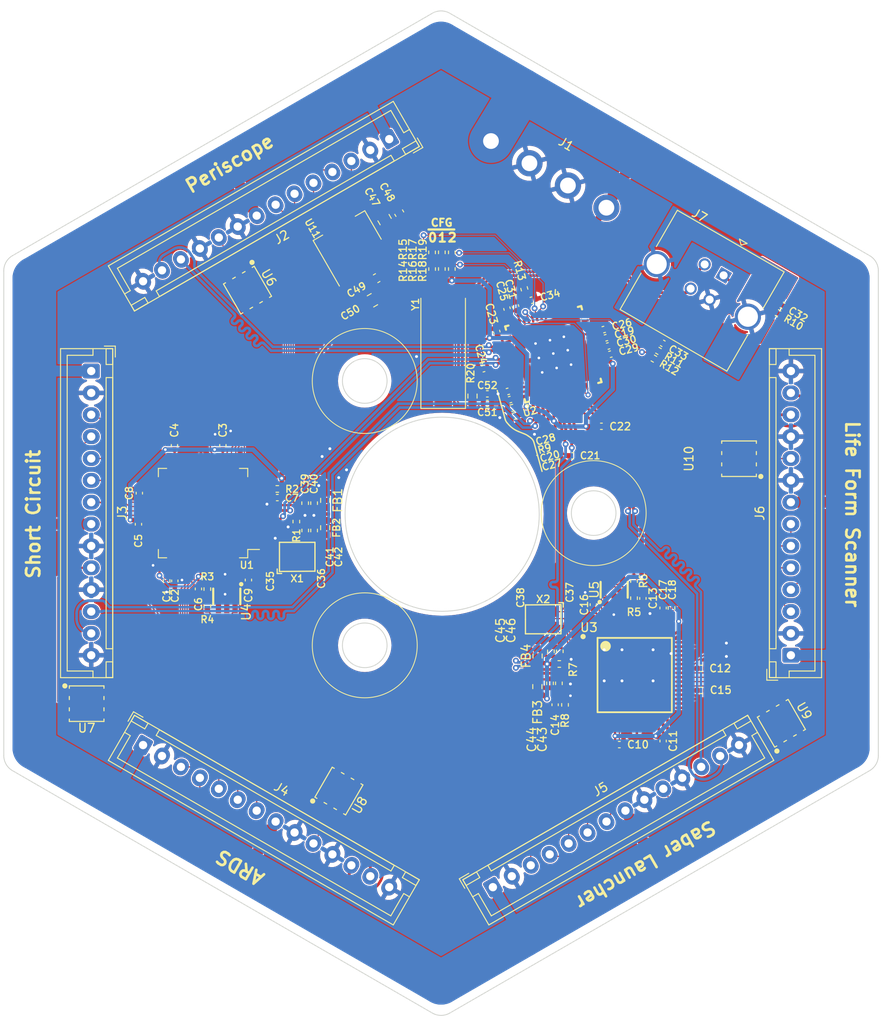
<source format=kicad_pcb>
(kicad_pcb (version 20221018) (generator pcbnew)
  (layers (0 "F.Cu" signal "Front") (1 "In1.Cu" signal) (2 "In2.Cu" signal) (31 "B.Cu" signal "Back") (34 "B.Paste" user) (35 "F.Paste" user) (36 "B.SilkS" user "B.Silkscreen") (37 "F.SilkS" user "F.Silkscreen") (38 "B.Mask" user) (39 "F.Mask" user) (44 "Edge.Cuts" user))
  (net 0 "")
  (net 1 "+12V")
  (net 2 "GND")
  (net 3 "+5V")
  (net 4 "/ID1")
  (net 5 "/ID2")
  (net 6 "/ID3")
  (net 7 "/ID4")
  (net 8 "/ID5")
  (net 9 "Net-(U1-OSCI)")
  (net 10 "Net-(U1-OSCO)")
  (net 11 "Net-(U1-VPLL)")
  (net 12 "Net-(U1-VPHY)")
  (net 27 "RTS1")
  (net 28 "DTR1")
  (net 29 "RXD1")
  (net 30 "TXD1")
  (net 31 "CTS1")
  (net 32 "RTS2")
  (net 33 "DTR2")
  (net 34 "RXD2")
  (net 35 "TXD2")
  (net 36 "CTS2")
  (net 37 "RTS3")
  (net 38 "DTR3")
  (net 39 "RXD3")
  (net 40 "TXD3")
  (net 41 "CTS3")
  (net 42 "RTS4")
  (net 43 "DTR4")
  (net 44 "RXD4")
  (net 45 "TXD4")
  (net 46 "CTS4")
  (net 47 "RTS5")
  (net 48 "DTR5")
  (net 49 "RXD5")
  (net 50 "CTS5")
  (net 51 "RESET_N")
  (net 57 "CFG_SEL0")
  (net 77 "CFG_SEL1")
  (net 78 "CFG_SEL2")
  (net 79 "VBUS_DET")
  (net 80 "/USB Hub/USB_SHEILD")
  (net 87 "/USB Hub/XTAL1")
  (net 88 "/USB Hub/XTAL2")
  (net 89 "D1+")
  (net 90 "D1-")
  (net 91 "D2+")
  (net 92 "D2-")
  (net 93 "D3+")
  (net 94 "D3-")
  (net 95 "D4+")
  (net 96 "D4-")
  (net 97 "D5+")
  (net 98 "D5-")
  (net 104 "TXD5")
  (net 105 "Net-(U1-REF)")
  (net 106 "+3.3V")
  (net 107 "Net-(U1-~{RESET})")
  (net 108 "Net-(U1-EEDATA)")
  (net 109 "Net-(U1-EECS)")
  (net 110 "Net-(U1-EECLK)")
  (net 111 "Net-(U4-DO)")
  (net 112 "Net-(U3-EEDATA)")
  (net 113 "Net-(U5-DO)")
  (net 114 "Net-(U3-~{RESET})")
  (net 115 "Net-(U3-EECS)")
  (net 116 "Net-(U3-EECLK)")
  (net 141 "Net-(U3-VPLL)")
  (net 142 "Net-(U3-VPHY)")
  (net 143 "Net-(U3-OSCI)")
  (net 144 "Net-(U3-OSCO)")
  (net 145 "Net-(U3-REF)")
  (net 146 "Net-(U2-VDD18PLL)")
  (net 147 "DFTDI1_N")
  (net 148 "DFTDI1_P")
  (net 149 "DFTDI2_N")
  (net 150 "DFTDI2_P")
  (net 151 "Net-(U2-VDD18)")
  (net 152 "Net-(U2-RBIAS)")
  (net 153 "DUP_P")
  (net 154 "DUP_N")
  (net 155 "Net-(J7-VBUS)")
  (net 156 "U1_1V8")
  (net 157 "U3_1V8")
  (footprint "Capacitor_SMD:C_0402_1005Metric" (layer "F.Cu") (at 155.2956 66.3194)
    (fp_text reference "C51")
    (fp_text value "33pF")
  )
  (footprint "Resistor_SMD:R_0402_1005Metric" (layer "F.Cu") (at 118.618 86.614 -90)
    (fp_text reference "C1")
    (fp_text value "4.7uF")
  )
  (footprint "easyeda2kicad:OSC-SMD_4P-L3.2-W2.5-BL" (layer "F.Cu") (at 161.6805 91.012 180)
    (fp_text reference "X2")
    (fp_text value "X322512MSB4SI")
  )
  (footprint "Resistor_SMD:R_0402_1005Metric" (layer "F.Cu") (at 174.336308 61.2026 150)
    (fp_text reference "R12")
    (fp_text value "100K")
  )
  (footprint "Resistor_SMD:R_0402_1005Metric" (layer "F.Cu") (at 174.859835 60.3126 150)
    (fp_text reference "R11")
    (fp_text value "100K")
  )
  (footprint "Resistor_SMD:R_0402_1005Metric" (layer "F.Cu") (at 123.2738 89.4862 -90)
    (fp_text reference "R4")
    (fp_text value "10K")
  )
  (footprint "easyeda2kicad:TSOC-6_L4.0-W4.0-P1.27-BL" (layer "F.Cu") (at 138.322148 110.642776 -30)
    (fp_text reference "U8")
    (fp_text value "DS2431P+T")
  )
  (footprint "Capacitor_SMD:C_0402_1005Metric" (layer "F.Cu") (at 168.60072 57.873142 15)
    (fp_text reference "C26")
    (fp_text value "100nF")
  )
  (footprint "Resistor_SMD:R_0402_1005Metric" (layer "F.Cu") (at 159.521725 53.213 -75)
    (fp_text reference "R13")
    (fp_text value "10K")
  )
  (footprint "Capacitor_SMD:C_0402_1005Metric" (layer "F.Cu") (at 125.0518 71.12 90)
    (fp_text reference "C3")
    (fp_text value "100nF")
  )
  (footprint "Resistor_SMD:R_0402_1005Metric" (layer "F.Cu") (at 176.3522 89.7148 90)
    (fp_text reference "C18")
    (fp_text value "4.7uF")
  )
  (footprint "easyeda2kicad:OSC-SMD_4P-L3.2-W2.5-BL" (layer "F.Cu") (at 133.553 83.8544)
    (fp_text reference "X1")
    (fp_text value "X322512MSB4SI")
  )
  (footprint "Capacitor_SMD:C_0402_1005Metric" (layer "F.Cu") (at 154.816281 62.354233 -165)
    (fp_text reference "C24")
    (fp_text value "100nF")
  )
  (footprint "Resistor_SMD:R_0201_0603Metric" (layer "F.Cu") (at 136.053 84.4194 -90)
    (fp_text reference "C36")
    (fp_text value "33pF")
  )
  (footprint "Capacitor_SMD:C_0402_1005Metric" (layer "F.Cu") (at 163.0426 100.777858 -90)
    (fp_text reference "C14")
    (fp_text value "100nF")
  )
  (footprint "Capacitor_SMD:C_0402_1005Metric" (layer "F.Cu") (at 156.372125 58.1406 105)
    (fp_text reference "C23")
    (fp_text value "100nF")
  )
  (footprint "Capacitor_SMD:C_0402_1005Metric" (layer "F.Cu") (at 173.0796 88.616322 90)
    (fp_text reference "C13")
    (fp_text value "100nF")
  )
  (footprint "Capacitor_SMD:C_0402_1005Metric" (layer "F.Cu") (at 157.889681 65.882691 -165)
    (fp_text reference "C20")
    (fp_text value "1uF")
  )
  (footprint "Capacitor_SMD:C_0402_1005Metric" (layer "F.Cu") (at 169.36272 60.692542 15)
    (fp_text reference "C29")
    (fp_text value "1uF")
  )
  (footprint "Capacitor_SMD:C_0402_1005Metric" (layer "F.Cu") (at 157.539248 55.476529 105)
    (fp_text reference "C25")
    (fp_text value "1uF")
  )
  (footprint "Resistor_SMD:R_0402_1005Metric" (layer "F.Cu") (at 123.2738 87.55 -90)
    (fp_text reference "R3")
    (fp_text value "2K")
  )
  (footprint "easyeda2kicad:SOT-23-6_L2.9-W1.6-P0.95-LS2.8-BR" (layer "F.Cu") (at 125.4988 88.392 90)
    (fp_text reference "U4")
    (fp_text value "93LC56BT-I/OT")
  )
  (footprint "Capacitor_SMD:C_0402_1005Metric" (layer "F.Cu") (at 127.9728 86.515 -90)
    (fp_text reference "C9")
    (fp_text value "100nF")
  )
  (footprint "Resistor_SMD:R_0402_1005Metric" (layer "F.Cu") (at 172.0636 86.635122 90)
    (fp_text reference "R6")
    (fp_text value "10K")
  )
  (footprint "Resistor_SMD:R_0402_1005Metric" (layer "F.Cu") (at 150.0896 49.0434 90)
    (fp_text reference "R17")
    (fp_text value "10K")
  )
  (footprint "Capacitor_SMD:C_0402_1005Metric" (layer "F.Cu") (at 189.043955 55.11602 -30)
    (fp_text reference "C32")
    (fp_text value "100nF")
  )
  (footprint "easyeda2kicad:QFN-64_L9.0-W9.0-P0.50-BL-EP4.8" (layer "F.Cu") (at 162.83833 60.70062 15)
    (fp_text reference "U2")
    (fp_text value "USB2517-JZX-TR")
  )
  (footprint "easyeda2kicad:TSOC-6_L4.0-W4.0-P1.27-BL" (layer "F.Cu") (at 109.4754 100.6507 -90)
    (fp_text reference "U7")
    (fp_text value "DS2431P+T")
  )
  (footprint "Resistor_SMD:R_0201_0603Metric" (layer "F.Cu") (at 164.719 89.8042 90)
    (fp_text reference "C37")
    (fp_text value "33pF")
  )
  (footprint "Connector_JST:JST_XH_B14B-XH-A_1x14_P2.50mm_Vertical" (layer "F.Cu") (at 155.927087 121.633516 30)
    (fp_text reference "J5")
    (fp_text value "Conn_01x14_Pin")
  )
  (footprint "Capacitor_SMD:C_0402_1005Metric" (layer "F.Cu") (at 168.85472 58.812942 15)
    (fp_text reference "C19")
    (fp_text value "1uF")
  )
  (footprint "Resistor_SMD:R_0603_1608Metric" (layer "F.Cu") (at 161.036 95.1992 90)
    (fp_text reference "FB4")
    (fp_text value "600Ω@100MHz")
  )
  (footprint "Resistor_SMD:R_0402_1005Metric" (layer "F.Cu") (at 162.4584 98.3254 -90)
    (fp_text reference "C44")
    (fp_text value "100nF")
  )
  (footprint "Connector_JST:JST_XH_B14B-XH-A_1x14_P2.50mm_Vertical" (layer "F.Cu") (at 190 95.1175 90)
    (fp_text reference "J6")
    (fp_text value "Conn_01x14_Pin")
  )
  (footprint "Resistor_SMD:R_0402_1005Metric" (layer "F.Cu") (at 188.528673 56.008 -30)
    (fp_text reference "R10")
    (fp_text value "330")
  )
  (footprint "Capacitor_SMD:C_0402_1005Metric" (layer "F.Cu") (at 155.293 65.2272)
    (fp_text reference "C52")
    (fp_text value "33pF")
  )
  (footprint "Capacitor_SMD:C_0402_1005Metric" (layer "F.Cu") (at 119.5146 71.12 90)
    (fp_text reference "C4")
    (fp_text value "100nF")
  )
  (footprint "Capacitor_SMD:C_0603_1608Metric" (layer "F.Cu") (at 142.63563 52.0003 30)
    (fp_text reference "C49")
    (fp_text value "10uF")
  )
  (footprint "Capacitor_SMD:C_0402_1005Metric" (layer "F.Cu") (at 167.4114 89.3318 90)
    (fp_text reference "C16")
    (fp_text value "100nF")
  )
  (footprint "Resistor_SMD:R_0402_1005Metric" (layer "F.Cu") (at 134.4676 80.8482 90)
    (fp_text reference "C41")
    (fp_text value "4.7uF")
  )
  (footprint "Resistor_SMD:R_0402_1005Metric" (layer "F.Cu") (at 151.2316 49.0494 90)
    (fp_text reference "R19")
    (fp_text value "10K")
  )
  (footprint "Capacitor_SMD:C_0603_1608Metric" (layer "F.Cu") (at 145.2183 44.56237 120)
    (fp_text reference "C48")
    (fp_text value "10uF")
  )
  (footprint "Package_QFP:LQFP-64_10x10mm_P0.5mm" (layer "F.Cu") (at 122.7858 78.8625 180)
    (fp_text reference "U1")
    (fp_text value "FT4232H")
  )
  (footprint "easyeda2kicad:TSOC-6_L4.0-W4.0-P1.27-BL" (layer "F.Cu") (at 188.916148 102.895776 30)
    (fp_text reference "U9")
    (fp_text value "DS2431P+T")
  )
  (footprint "Capacitor_SMD:C_0402_1005Metric" (layer "F.Cu") (at 175.391 104.9222 -90)
    (fp_text reference "C11")
    (fp_text value "100nF")
  )
  (footprint "Connector_JST:JST_XH_B14B-XH-A_1x14_P2.50mm_Vertical" (layer "F.Cu") (at 115.927087 105.383516 -30)
    (fp_text reference "J4")
    (fp_text value "Conn_01x14_Pin")
  )
  (footprint "Capacitor_SMD:C_0402_1005Metric" (layer "F.Cu") (at 119.5578 86.614 -90)
    (fp_text reference "C2")
    (fp_text value "100nF")
  )
  (footprint "Capacitor_SMD:C_0402_1005Metric" (layer "F.Cu") (at 169.10872 59.752742 15)
    (fp_text reference "C30")
    (fp_text value "100nF")
  )
  (footprint "Connector_JST:JST_XH_B14B-XH-A_1x14_P2.50mm_Vertical" (layer "F.Cu") (at 110 62.6175 -90)
    (fp_text reference "J3")
    (fp_text value "Conn_01x14_Pin")
  )
  (footprint "Resistor_SMD:R_0402_1005Metric" (layer "F.Cu") (at 148.971 49.0494 90)
    (fp_text reference "R15")
    (fp_text value "10K")
  )
  (footprint "Resistor_SMD:R_0402_1005Metric" (layer "F.Cu") (at 172.0636 88.588922 90)
    (fp_text reference "R5")
    (fp_text value "2K")
  )
  (footprint "Resistor_SMD:R_0402_1005Metric" (layer "F.Cu") (at 135.4836 80.8502 90)
    (fp_text reference "C42")
    (fp_text value "100nF")
  )
  (footprint "Resistor_SMD:R_0603_1608Metric" (layer "F.Cu") (at 161.0106 98.7 90)
    (fp_text reference "FB3")
    (fp_text value "600Ω@100MHz")
  )
  (footprint "easyeda2kicad:CONN-TH_350211-1" (layer "F.Cu") (at 162.306 40.132 -30)
    (fp_text reference "J1")
    (fp_text value "350211-1")
  )
  (footprint "easyeda2kicad:TSOC-6_L4.0-W4.0-P1.27-BL" (layer "F.Cu") (at 127.869852 53.365776 -150)
    (fp_text reference "U6")
    (fp_text value "DS2431P+T")
  )
  (footprint "Capacitor_SMD:C_0402_1005Metric" (layer "F.Cu") (at 158.51841 55.221583 105)
    (fp_text reference "C31")
    (fp_text value "100nF")
  )
  (footprint "Capacitor_SMD:C_0402_1005Metric" (layer "F.Cu") (at 170.3846 105.3338)
    (fp_text reference "C10")
    (fp_text value "100nF")
  )
  (footprint "Resistor_SMD:R_0402_1005Metric" (layer "F.Cu") (at 131.2748 76.0984 180)
    (fp_text reference "R2")
    (fp_text value "1K")
  )
  (footprint "Capacitor_SMD:C_0402_1005Metric" (layer "F.Cu") (at 175.352308 59.45 150)
    (fp_text reference "C33")
    (fp_text value "1uF")
  )
  (footprint "easyeda2kicad:LQFP-64_L10.0-W10.0-P0.50-LS12.0-TL" (layer "F.Cu") (at 172.1398 97.381)
    (fp_text reference "U3")
    (fp_text value "FT2232HL")
  )
  (footprint "Capacitor_SMD:C_0402_1005Metric" (layer "F.Cu") (at 157.642125 64.945658 -165)
    (fp_text reference "C27")
    (fp_text value "100nF")
  )
  (footprint "Resistor_SMD:R_0402_1005Metric" (layer "F.Cu") (at 163.576 94.6638 90)
    (fp_text reference "C46")
    (fp_text value "100nF")
  )
  (footprint "Resistor_SMD:R_0402_1005Metric" (layer "F.Cu") (at 135.4836 77.724 90)
    (fp_text reference "C40")
    (fp_text value "100nF")
  )
  (footprint "Capacitor_SMD:C_0402_1005Metric" (layer "F.Cu") (at 160.364676 54.517575 15)
    (fp_text reference "C34")
    (fp_text value "1uF")
  )
  (footprint "Capacitor_SMD:C_0402_1005Metric" (layer "F.Cu") (at 179.7572 99.1336)
    (fp_text reference "C15")
    (fp_text value "100nF")
  )
  (footprint "Resistor_SMD:R_0603_1608Metric" (layer "F.Cu") (at 153.5938 65.4812 -90)
    (fp_text reference "R20")
    (fp_text value "1M")
  )
  (footprint "Package_TO_SOT_SMD:SOT-223-3_TabPin2" (layer "F.Cu") (at 139.282742 47.64722 120)
    (fp_text reference "U11")
    (fp_text value "AMS1117-3.3")
  )
  (footprint "Capacitor_SMD:C_0402_1005Metric" (layer "F.Cu") (at 115.3998 80.137 -90)
    (fp_text reference "C5")
    (fp_text value "100nF")
  )
  (footprint "Resistor_SMD:R_0603_1608Metric" (layer "F.Cu") (at 136.7536 80.5312 -90)
    (fp_text reference "FB2")
    (fp_text value "600Ω@100MHz")
  )
  (footprint "Resistor_SMD:R_0402_1005Metric" (layer "F.Cu") (at 151.2316 50.9544 -90)
    (fp_text reference "R18")
    (fp_text value "R")
  )
  (footprint "Capacitor_SMD:C_0402_1005Metric" (layer "F.Cu") (at 175.387 89.7128 90)
    (fp_text reference "C17")
    (fp_text value "100nF")
  )
  (footprint "Resistor_SMD:R_0402_1005Metric" (layer "F.Cu") (at 133.4516 79.8302 90)
    (fp_text reference "R1")
    (fp_text value "12K")
  )
  (footprint "Capacitor_SMD:C_0402_1005Metric" (layer "F.Cu") (at 158.378725 67.765058 -165)
    (fp_text reference "C28")
    (fp_text value "100nF")
  )
  (footprint "Resistor_SMD:R_0402_1005Metric" (layer "F.Cu") (at 163.4744 98.3254 -90)
    (fp_text reference "C43")
    (fp_text value "4.7uF")
  )
  (footprint "Resistor_SMD:R_0201_0603Metric" (layer "F.Cu") (at 159.1005 90.4494 90)
    (fp_text reference "C38")
    (fp_text value "33pF")
  )
  (footprint "Capacitor_SMD:C_0402_1005Metric" (layer "F.Cu") (at 168.335525 68.9356)
    (fp_text reference "C22")
    (fp_text value "100nF")
  )
  (footprint "Resistor_SMD:R_0402_1005Metric" (layer "F.Cu") (at 162.56 94.6638 90)
    (fp_text reference "C45")
    (fp_text value "4.7uF")
  )
  (footprint "Capacitor_SMD:C_0805_2012Metric" (layer "F.Cu") (at 142.153876 54.5262 -150)
    (fp_text reference "C50")
    (fp_text value "22uF")
  )
  (footprint "Capacitor_SMD:C_0402_1005Metric" (layer "F.Cu") (at 179.7598 96.619)
    (fp_text reference "C12")
    (fp_text value "100nF")
  )
  (footprint "Resistor_SMD:R_0603_1608Metric" (layer "F.Cu") (at 136.7536 77.407 -90)
    (fp_text reference "FB1")
    (fp_text value "600Ω@100MHz")
  )
  (footprint "Resistor_SMD:R_0402_1005Metric" (layer "F.Cu") (at 158.140103 66.830256 -165)
    (fp_text reference "R9")
    (fp_text value "12K/1.0%")
  )
  (footprint "Capacitor_SMD:C_0402_1005Metric" (layer "F.Cu") (at 165.058925 72.3138)
    (fp_text reference "C21")
    (fp_text value "100nF")
  )
  (footprint "Capacitor_SMD:C_0402_1005Metric" (layer "F.Cu") (at 122.2578 87.531 -90)
    (fp_text reference "C6")
    (fp_text value "100nF")
  )
  (footprint "Crystal:Crystal_SMD_HC49-SD" (layer "F.Cu") (at 150.241 60.198 90)
    (fp_text reference "Y1")
    (fp_text value "Crystal")
  )
  (footprint "Connector_USB:USB_B_TE_5787834_Vertical" (layer "F.Cu") (at 182.306995 51.675542 -30)
    (fp_text reference "J7")
    (fp_text value "USB_B")
  )
  (footprint "Capacitor_SMD:C_0402_1005Metric" (layer "F.Cu") (at 115.5014 76.581 90)
    (fp_text reference "C8")
    (fp_text value "100nF")
  )
  (footprint "Resistor_SMD:R_0402_1005Metric" (layer "F.Cu") (at 163.5175 96.1136)
    (fp_text reference "R7")
    (fp_text value "1K")
  )
  (footprint "Connector_JST:JST_XH_B14B-XH-A_1x14_P2.50mm_Vertical" (layer "F.Cu") (at 144.072913 36.101484 -150)
    (fp_text reference "J2")
    (fp_text value "Conn_01x14_Pin")
  )
  (footprint "Resistor_SMD:R_0402_1005Metric" (layer "F.Cu") (at 134.4588 77.724 90)
    (fp_text reference "C39")
    (fp_text value "4.7uF")
  )
  (footprint "Resistor_SMD:R_0402_1005Metric" (layer "F.Cu") (at 148.9778 50.9564 90)
    (fp_text reference "R14")
    (fp_text value "R")
  )
  (footprint "easyeda2kicad:TSOC-6_L4.0-W4.0-P1.27-BL" (layer "F.Cu") (at 184.071 72.644 90)
    (fp_text reference "U10")
    (fp_text value "DS2431P+T")
  )
  (footprint "easyeda2kicad:SOT-23-6_L2.9-W1.6-P0.95-LS2.8-BR" (layer "F.Cu") (at 169.7928 87.629522 -90)
    (fp_text reference "U5")
    (fp_text value "93LC56BT-I/OT")
  )
  (footprint "Resistor_SMD:R_0201_0603Metric" (layer "F.Cu") (at 130.8176 84.7852 -90)
    (fp_text reference "C35")
    (fp_text value "33pF")
  )
  (footprint "Resistor_SMD:R_0402_1005Metric" (layer "F.Cu") (at 150.0886 50.9504 90)
    (fp_text reference "R16")
    (fp_text value "R")
  )
  (footprint "Capacitor_SMD:C_0805_2012Metric" (layer "F.Cu") (at 143.543 45.303676 120)
    (fp_text reference "C47")
    (fp_text value "22uF")
  )
  (footprint "Capacitor_SMD:C_0402_1005Metric" (layer "F.Cu") (at 131.2748 77.089)
    (fp_text reference "C7")
    (fp_text value "100nF")
  )
  (footprint "Resistor_SMD:R_0402_1005Metric" (layer "F.Cu") (at 164.175395 100.7872 90)
    (fp_text reference "R8")
    (fp_text value "12K")
  )
  (gr_line (start 161.036 72.263) (end 160.950027 72.263) (stroke (width 0.1524)) (layer "F.SilkS"))
  (gr_arc (start 157.546701 68.532811) (mid 157.417753 68.347582) (end 157.333619 68.138156) (stroke (width 0.1524)) (layer "F.SilkS"))
  (gr_line (start 148.5646 46.4312) (end 151.511 46.4312) (stroke (width 0.254)) (layer "F.SilkS"))
  (gr_circle (center 141.2748 63.754) (end 147.2748 63.754) (stroke (width 0.1)) (fill none) (layer "F.SilkS"))
  (gr_circle (center 167.449875 78.8625) (end 173.449875 78.8625) (stroke (width 0.1)) (fill none) (layer "F.SilkS"))
  (gr_line (start 156.424752 64.84) (end 157.333619 68.138156) (stroke (width 0.1524)) (layer "F.SilkS"))
  (gr_line (start 161.546 74.088) (end 160.621658 70.780306) (stroke (width 0.1524)) (layer "F.SilkS"))
  (gr_line (start 157.546701 68.532811) (end 157.720819 68.730836) (stroke (width 0.1524)) (layer "F.SilkS"))
  (gr_circle (center 141.2748 93.98) (end 147.2748 93.98) (stroke (width 0.1)) (fill none) (layer "F.SilkS"))
  (gr_line (start 159.956321 70.035327) (end 160.235763 70.232848) (stroke (width 0.1524)) (layer "F.SilkS"))
  (gr_arc (start 160.235763 70.232848) (mid 160.475908 70.473308) (end 160.621658 70.780306) (stroke (width 0.1524)) (layer "F.SilkS"))
  (gr_arc (start 159.549845 69.813641) (mid 159.759518 69.912684) (end 159.956321 70.035327) (stroke (width 0.1524)) (layer "F.SilkS"))
  (gr_arc (start 158.851864 69.532197) (mid 158.239423 69.197738) (end 157.720819 68.730836) (stroke (width 0.1524)) (layer "F.SilkS"))
  (gr_line (start 158.851864 69.532197) (end 159.549845 69.813641) (stroke (width 0.1524)) (layer "F.SilkS"))
  (gr_arc (start 200 106.580309) (mid 199.732054 107.580303) (end 199.000013 108.312353) (stroke (width 0.1)) (layer "Edge.Cuts"))
  (gr_line (start 148.999987 21.709367) (end 100.999987 49.422647) (stroke (width 0.1)) (layer "Edge.Cuts"))
  (gr_circle (center 141.2748 93.98) (end 143.8275 93.98) (stroke (width 0.1)) (fill none) (layer "Edge.Cuts"))
  (gr_circle (center 167.449875 78.8625) (end 170.002575 78.8625) (stroke (width 0.1)) (fill none) (layer "Edge.Cuts"))
  (gr_line (start 100 51.154691) (end 100 106.580309) (stroke (width 0.1)) (layer "Edge.Cuts"))
  (gr_line (start 199.000013 49.422647) (end 151.000013 21.709367) (stroke (width 0.1)) (layer "Edge.Cuts"))
  (gr_arc (start 151.000013 136.025633) (mid 150 136.29359) (end 148.999987 136.025633) (stroke (width 0.1)) (layer "Edge.Cuts"))
  (gr_arc (start 199.000013 49.422647) (mid 199.732055 50.154697) (end 200 51.154691) (stroke (width 0.1)) (layer "Edge.Cuts"))
  (gr_line (start 200 106.580309) (end 200 51.154691) (stroke (width 0.1)) (layer "Edge.Cuts"))
  (gr_arc (start 100.999987 108.312353) (mid 100.267942 107.580304) (end 100 106.580309) (stroke (width 0.1)) (layer "Edge.Cuts"))
  (gr_line (start 100.999987 108.312353) (end 148.999987 136.025633) (stroke (width 0.1)) (layer "Edge.Cuts"))
  (gr_circle (center 150.127 78.9895) (end 161.227 78.9895) (stroke (width 0.1)) (fill none) (layer "Edge.Cuts"))
  (gr_arc (start 148.999987 21.709367) (mid 150 21.44141) (end 151.000013 21.709367) (stroke (width 0.1)) (layer "Edge.Cuts"))
  (gr_line (start 151.000013 136.025633) (end 199.000013 108.312353) (stroke (width 0.1)) (layer "Edge.Cuts"))
  (gr_circle (center 141.2748 63.754) (end 143.8275 63.754) (stroke (width 0.1)) (fill none) (layer "Edge.Cuts"))
  (gr_arc (start 100 51.154691) (mid 100.267949 50.154701) (end 100.999987 49.422647) (stroke (width 0.1)) (layer "Edge.Cuts"))
  (gr_text "Saber Launcher" (at 173.3804 119.1006 210) (layer "F.SilkS") (effects (font (size 1.524 1.524) (thickness 0.3048) bold)))
  (gr_text "Life Form Scanner" (at 197.0278 78.9895 270) (layer "F.SilkS") (effects (font (size 1.524 1.524) (thickness 0.3048) bold)))
  (gr_text "0" (at 148.3868 47.9552) (layer "F.SilkS") (effects (font (size 1 1) (thickness 0.25) bold) (justify left bottom)))
  (gr_text "1" (at 149.5044 47.9552) (layer "F.SilkS") (effects (font (size 1 1) (thickness 0.25) bold) (justify left bottom)))
  (gr_text "ARDS" (at 127.0254 119.38 150) (layer "F.SilkS") (effects (font (size 1.524 1.524) (thickness 0.3048) bold)))
  (gr_text "CFG" (at 148.717 46.1518) (layer "F.SilkS") (effects (font (size 0.85 0.85) (thickness 0.2125) bold) (justify left bottom)))
  (gr_text "2" (at 150.636205 47.947258) (layer "F.SilkS") (effects (font (size 1 1) (thickness 0.25) bold) (justify left bottom)))
  (gr_text "Short Circuit" (at 103.378 78.9895 90) (layer "F.SilkS") (effects (font (size 1.524 1.524) (thickness 0.3048) bold)))
  (gr_text "Periscope" (at 121.285 42.545 30) (layer "F.SilkS") (effects (font (size 1.524 1.524) (thickness 0.3048) bold) (justify left bottom)))
  (segment (start 150 132.561548) (end 112.730435 111.043565) (width 5) (layer "B.Cu") (net 1))
  (segment (start 196.5 52.020726) (end 196.5 95.123) (width 5) (layer "B.Cu") (net 1))
  (segment (start 103.5 105.714274) (end 103.5 62.611) (width 5) (layer "B.Cu") (net 1))
  (segment (start 196.5 95.123) (end 196.5 105.714274) (width 5) (layer "B.Cu") (net 1))
  (segment (start 150 25.173452) (end 159.233492 30.504508) (width 5) (layer "B.Cu") (net 1))
  (segment (start 155.706886 36.322) (end 159.233492 30.504508) (width 5) (layer "B.Cu") (net 1))
  (segment (start 155.927087 121.633516) (end 159.31464 127.18364) (width 1.27) (layer "B.Cu") (net 1))
  (segment (start 159.31464 127.18364) (end 150 132.561548) (width 5) (layer "B.Cu") (net 1))
  (segment (start 190 95.1175) (end 196.5 95.123) (width 1.27) (layer "B.Cu") (net 1))
  (segment (start 196.5 105.714274) (end 159.31464 127.18364) (width 5) (layer "B.Cu") (net 1))
  (segment (start 103.5 62.611) (end 103.5 52.020726) (width 5) (layer "B.Cu") (net 1))
  (segment (start 103.5 52.020726) (end 140.991567 30.374567) (width 5) (layer "B.Cu") (net 1))
  (segment (start 110 62.6175) (end 103.5 62.611) (width 1.27) (layer "B.Cu") (net 1))
  (segment (start 159.233492 30.504508) (end 196.5 52.020726) (width 5) (layer "B.Cu") (net 1))
  (segment (start 115.927087 105.383516) (end 112.730435 111.043565) (width 1.27) (layer "B.Cu") (net 1))
  (segment (start 112.730435 111.043565) (end 103.5 105.714274) (width 5) (layer "B.Cu") (net 1))
  (segment (start 144.072913 36.101484) (end 140.991567 30.374567) (width 1.27) (layer "B.Cu") (net 1))
  (segment (start 140.991567 30.374567) (end 150 25.173452) (width 5) (layer "B.Cu") (net 1))
  (segment (start 117.1108 76.1125) (end 115.5129 76.1125) (width 0.254) (layer "F.Cu") (net 2))
  (segment (start 150.0896 48.5334) (end 151.2256 48.5334) (width 0.4) (layer "F.Cu") (net 2))
  (segment (start 148.971 48.5394) (end 150.0836 48.5394) (width 0.4) (layer "F.Cu") (net 2))
  (segment (start 176.97178 89.357222) (end 177.1615 89.546942) (width 0.127) (layer "F.Cu") (net 2))
  (via (at 124.1628 69.85) (size 0.6) (drill 0.3) (layers "F.Cu" "B.Cu") (net 2))
  (via (at 164.8754 95.5802) (size 0.6858) (drill 0.3302) (layers "F.Cu" "B.Cu") (net 2))
  (via (at 136.017 75.7174) (size 0.6858) (drill 0.3302) (layers "F.Cu" "B.Cu") (net 2))
  (via (at 174.244 98.044) (size 0.6858) (drill 0.3302) (layers "F.Cu" "B.Cu") (net 2))
  (via (at 164.7952 99.7458) (size 0.6) (drill 0.3) (layers "F.Cu" "B.Cu") (net 2))
  (via (at 130.092195 77.837542) (size 0.6858) (drill 0.3302) (layers "F.Cu" "B.Cu") (net 2))
  (via (at 147.193 60.96) (size 0.6858) (drill 0.3302) (layers "F.Cu" "B.Cu") (net 2))
  (via (at 182.626 95.25) (size 0.6858) (drill 0.3302) (layers "F.Cu" "B.Cu") (net 2))
  (via (at 156.5148 65.2272) (size 0.6858) (drill 0.3302) (layers "F.Cu" "B.Cu") (net 2))
  (via (at 162.45392 59.092342) (size 0.6) (drill 0.3) (layers "F.Cu" "B.Cu") (net 2))
  (via (at 176.3014 94.9198) (size 0.6858) (drill 0.3302) (layers "F.Cu" "B.Cu") (net 2))
  (via (at 168.656 94.488) (size 0.6858) (drill 0.3302) (layers "F.Cu" "B.Cu") (net 2))
  (via (at 164.039888 58.702836) (size 0.6) (drill 0.3) (layers "F.Cu" "B.Cu") (net 2))
  (via (at 125.3058 85.852) (size 0.6) (drill 0.3) (layers "F.Cu" "B.Cu") (net 2))
  (via (at 163.21592 62.267342) (size 0.6) (drill 0.3) (layers "F.Cu" "B.Cu") (net 2))
  (via (at 168.656 98.044) (size 0.6858) (drill 0.3302) (layers "F.Cu" "B.Cu") (net 2))
  (via (at 132.5118 80.4418) (size 0.6858) (drill 0.3302) (layers "F.Cu" "B.Cu") (net 2))
  (via (at 118.618 87.884) (size 0.6) (drill 0.3) (layers "F.Cu" "B.Cu") (net 2))
  (via (at 174.244 94.488) (size 0.6858) (drill 0.3302) (layers "F.Cu" "B.Cu") (net 2))
  (via (at 164.86692 61.886342) (size 0.6) (drill 0.3) (layers "F.Cu" "B.Cu") (net 2))
  (via (at 137.287 71.501) (size 0.6858) (drill 0.3302) (layers "F.Cu" "B.Cu") (net 2))
  (via (at 164.48592 60.235342) (size 0.6) (drill 0.3) (layers "F.Cu" "B.Cu") (net 2))
  (via (at 131.0386 81.7372) (size 0.6858) (drill 0.3302) (layers "F.Cu" "B.Cu") (net 2))
  (via (at 166.477422 87.930522) (size 0.6) (drill 0.3) (layers "F.Cu" "B.Cu") (net 2))
  (via (at 170.688 94.488) (size 0.6858) (drill 0.3302) (layers "F.Cu" "B.Cu") (net 2))
  (via (at 169.7522 90.4722) (size 0.6) (drill 0.3) (layers "F.Cu" "B.Cu") (net 2))
  (via (at 160.80292 59.473342) (size 0.6) (drill 0.3) (layers "F.Cu" "B.Cu") (net 2))
  (via (at 120.3782 86.5124) (size 0.6) (drill 0.3) (layers "F.Cu" "B.Cu") (net 2))
  (via (at 134.4422 79.121) (size 0.6858) (drill 0.3302) (layers "F.Cu" "B.Cu") (net 2))
  (via (at 161.56492 62.775342) (size 0.6) (drill 0.3) (layers "F.Cu" "B.Cu") (net 2))
  (via (at 138.303 74.803) (size 0.6858) (drill 0.3302) (layers "F.Cu" "B.Cu") (net 2))
  (via (at 162.83492 60.616342) (size 0.6) (drill 0.3) (layers "F.Cu" "B.Cu") (net 2))
  (via (at 170.688 98.044) (size 0.6858) (drill 0.3302) (layers "F.Cu" "B.Cu") (net 2))
  (via (at 182.626 93.726) (size 0.6858) (drill 0.3302) (layers "F.Cu" "B.Cu") (net 2))
  (via (at 161.18392 61.124342) (size 0.6) (drill 0.3) (layers "F.Cu" "B.Cu") (net 2))
  (via (at 125.3058 88.138) (size 0.6) (drill 0.3) (layers "F.Cu" "B.Cu") (net 2))
  (via (at 125.9408 69.469) (size 0.6) (drill 0.3) (layers "F.Cu" "B.Cu") (net 2))
  (via (at 135.4582 79.121) (size 0.6858) (drill 0.3302) (layers "F.Cu" "B.Cu") (net 2))
  (via (at 160.6804 69.85) (size 0.6858) (drill 0.3302) (layers "F.Cu" "B.Cu") (net 2))
  (via (at 173.8884 90.3478) (size 0.6858) (drill 0.3302) (layers "F.Cu" "B.Cu") (net 2))
  (via (at 117.0686 84.836) (size 0.6) (drill 0.3) (layers "F.Cu" "B.Cu") (net 2))
  (via (at 136.398 72.39) (size 0.6858) (drill 0.3302) (layers "F.Cu" "B.Cu") (net 2))
  (via (at 156.718 67.945) (size 0.6858) (drill 0.3302) (layers "F.Cu" "B.Cu") (net 2))
  (via (at 139.192 73.914) (size 0.6858) (drill 0.3302) (layers "F.Cu" "B.Cu") (net 2))
  (via (at 164.7952 98.3996) (size 0.6858) (drill 0.3302) (layers "F.Cu" "B.Cu") (net 2))
  (segment (start 127.770495 119.727105) (end 103.5 105.714274) (width 1.27) (layer "F.Cu") (net 3))
  (segment (start 142.668832 46.877641) (end 144.018 46.1264) (width 0.762) (layer "F.Cu") (net 3))
  (segment (start 144.018 46.1264) (end 145.6058 45.23354) (width 0.762) (layer "F.Cu") (net 3))
  (segment (start 103.5 52.020726) (end 125.758273 39.169673) (width 1.27) (layer "F.Cu") (net 3))
  (segment (start 155.685589 42.419644) (end 161.992935 45.995848) (width 0.762) (layer "F.Cu") (net 3))
  (segment (start 196.5 77.6224) (end 196.5 105.714274) (width 1.27) (layer "F.Cu") (net 3))
  (segment (start 131.082532 114.133516) (end 127.770495 119.727105) (width 1.27) (layer "F.Cu") (net 3))
  (segment (start 142.8496 49.2252) (end 142.28854 48.250024) (width 0.762) (layer "F.Cu") (net 3))
  (segment (start 168.905114 43.942) (end 172.276799 38.035201) (width 1.27) (layer "F.Cu") (net 3))
  (segment (start 150 132.561548) (end 174.3547 118.5001) (width 1.27) (layer "F.Cu") (net 3))
  (segment (start 172.276799 38.035201) (end 196.5 52.020726) (width 1.27) (layer "F.Cu") (net 3))
  (segment (start 145.6058 45.23354) (end 150.820717 42.382122) (width 0.762) (layer "F.Cu") (net 3))
  (segment (start 150 25.173452) (end 172.276799 38.035201) (width 1.27) (layer "F.Cu") (net 3))
  (segment (start 196.5 52.020726) (end 196.5 77.6224) (width 1.27) (layer "F.Cu") (net 3))
  (segment (start 168.809793 44.110312) (end 168.905114 43.942) (width 0.762) (layer "F.Cu") (net 3))
  (segment (start 128.917468 44.851484) (end 125.758273 39.169673) (width 1.27) (layer "F.Cu") (net 3))
  (segment (start 190 77.6175) (end 196.4951 77.6175) (width 1.27) (layer "F.Cu") (net 3))
  (segment (start 103.5 105.714274) (end 103.5 80.137) (width 1.27) (layer "F.Cu") (net 3))
  (segment (start 103.5 80.137) (end 103.5 52.020726) (width 1.27) (layer "F.Cu") (net 3))
  (segment (start 110 80.1175) (end 103.5195 80.1175) (width 1.27) (layer "F.Cu") (net 3))
  (segment (start 174.3547 118.5001) (end 196.5 105.714274) (width 1.27) (layer "F.Cu") (net 3))
  (segment (start 171.082532 112.883516) (end 174.3547 118.5001) (width 1.27) (layer "F.Cu") (net 3))
  (segment (start 196.4951 77.6175) (end 196.5 77.6224) (width 1.27) (layer "F.Cu") (net 3))
  (segment (start 125.758273 39.169673) (end 150 25.173452) (width 1.27) (layer "F.Cu") (net 3))
  (segment (start 150 132.561548) (end 127.770495 119.727105) (width 1.27) (layer "F.Cu") (net 3))
  (segment (start 103.5195 80.1175) (end 103.5 80.137) (width 1.27) (layer "F.Cu") (net 3))
  (arc (start 142.28854 48.250024) (mid 142.191633 47.484289) (end 142.668832 46.877641) (width 0.762) (layer "F.Cu") (net 3))
  (arc (start 155.685589 42.419644) (mid 153.258024 41.7693) (end 150.820717 42.382122) (width 0.762) (layer "F.Cu") (net 3))
  (arc (start 168.809793 44.110312) (mid 165.792008 46.465393) (end 161.992935 45.995848) (width 0.762) (layer "F.Cu") (net 3))
  (segment (start 127.004852 51.867552) (end 126.298673 50.672) (width 0.127) (layer "F.Cu") (net 4))
  (segment (start 126.298673 50.672) (end 124.587341 47.351484) (width 0.127) (layer "F.Cu") (net 4))
  (segment (start 106.2228 86.2584) (end 107.3658 85.1154) (width 0.254) (layer "F.Cu") (net 5))
  (segment (start 107.3679 85.1175) (end 110 85.1175) (width 0.254) (layer "F.Cu") (net 5))
  (segment (start 106.2228 100.3554) (end 106.2228 86.2584) (width 0.254) (layer "F.Cu") (net 5))
  (segment (start 107.3658 85.1154) (end 107.3679 85.1175) (width 0.254) (layer "F.Cu") (net 5))
  (segment (start 107.7454 100.6507) (end 106.5181 100.6507) (width 0.254) (layer "F.Cu") (net 5))
  (segment (start 106.5181 100.6507) (end 106.2228 100.3554) (width 0.254) (layer "F.Cu") (net 5))
  (segment (start 137.226327 113.664) (end 137.668 112.903) (width 0.127) (layer "F.Cu") (net 6))
  (segment (start 135.412659 116.633516) (end 137.226327 113.664) (width 0.127) (layer "F.Cu") (net 6))
  (segment (start 137.668 112.903) (end 137.457148 112.141) (width 0.127) (layer "F.Cu") (net 6))
  (segment (start 189.635295 106.158117) (end 178.014966 112.798305) (width 0.127) (layer "F.Cu") (net 7))
  (segment (start 176.661334 112.444557) (end 176.403 112.014) (width 0.127) (layer "F.Cu") (net 7))
  (segment (start 175.412659 110.383516) (end 176.403 112.014) (width 0.127) (layer "F.Cu") (net 7))
  (arc (start 190.009417 104.797284) (mid 190.10338 105.55496) (end 189.635295 106.158117) (width 0.127) (layer "F.Cu") (net 7))
  (arc (start 176.661334 112.444557) (mid 177.265986 112.89757) (end 178.014966 112.798305) (width 0.127) (layer "F.Cu") (net 7))
  (segment (start 190 72.6175) (end 185.801 72.644) (width 0.127) (layer "F.Cu") (net 8))
  (segment (start 130.215 82.1125) (end 128.4608 82.1125) (width 0.127) (layer "F.Cu") (net 9))
  (segment (start 130.8176 84.4652) (end 130.4239 84.0715) (width 0.127) (layer "F.Cu") (net 9))
  (segment (start 130.4239 82.3214) (end 130.215 82.1125) (width 0.127) (layer "F.Cu") (net 9))
  (segment (start 130.8176 84.4652) (end 132.1838 84.4652) (width 0.127) (layer "F.Cu") (net 9))
  (segment (start 130.4239 84.0715) (end 130.4239 82.3214) (width 0.127) (layer "F.Cu") (net 9))
  (segment (start 134.653 82.9744) (end 135.6794 82.9744) (width 0.127) (layer "F.Cu") (net 10))
  (segment (start 136.053 83.348) (end 136.053 84.0994) (width 0.127) (layer "F.Cu") (net 10))
  (segment (start 135.6794 82.9744) (end 136.053 83.348) (width 0.127) (layer "F.Cu") (net 10))
  (segment (start 130.6779 83.2815) (end 130.6779 82.130842) (width 0.127) (layer "F.Cu") (net 10))
  (segment (start 133.8625 83.7649) (end 131.1613 83.7649) (width 0.127) (layer "F.Cu") (net 10))
  (segment (start 134.653 82.9744) (end 133.8625 83.7649) (width 0.127) (layer "F.Cu") (net 10))
  (segment (start 130.159558 81.6125) (end 128.4608 81.6125) (width 0.127) (layer "F.Cu") (net 10))
  (segment (start 130.6779 82.130842) (end 130.159558 81.6125) (width 0.127) (layer "F.Cu") (net 10))
  (segment (start 131.1613 83.7649) (end 130.6779 83.2815) (width 0.127) (layer "F.Cu") (net 10))
  (segment (start 128.4608 78.6125) (end 130.6073 78.6125) (width 0.254) (layer "F.Cu") (net 11))
  (segment (start 134.1774 77.9526) (end 134.4588 78.234) (width 0.254) (layer "F.Cu") (net 11))
  (segment (start 134.4588 78.234) (end 135.4836 78.234) (width 0.254) (layer "F.Cu") (net 11))
  (segment (start 131.2672 77.9526) (end 134.1774 77.9526) (width 0.254) (layer "F.Cu") (net 11))
  (segment (start 135.4836 78.234) (end 136.7516 78.234) (width 0.254) (layer "F.Cu") (net 11))
  (segment (start 130.6073 78.6125) (end 131.2672 77.9526) (width 0.254) (layer "F.Cu") (net 11))
  (segment (start 135.4836 81.3602) (end 134.4696 81.3602) (width 0.254) (layer "F.Cu") (net 12))
  (segment (start 134.4676 81.3582) (end 134.2219 81.1125) (width 0.254) (layer "F.Cu") (net 12))
  (segment (start 136.7536 81.3562) (end 135.4876 81.3562) (width 0.254) (layer "F.Cu") (net 12))
  (segment (start 134.2219 81.1125) (end 128.4608 81.1125) (width 0.254) (layer "F.Cu") (net 12))
  (segment (start 133.986363 39.876637) (end 135.882155 39.876637) (width 0.127) (layer "F.Cu") (net 27))
  (segment (start 132.588 62.90522) (end 132.588 43.290031) (width 0.127) (layer "F.Cu") (net 27))
  (segment (start 126.0358 73.1875) (end 126.0358 71.75649) (width 0.127) (layer "F.Cu") (net 27))
  (segment (start 132.588 43.290031) (end 132.068501 42.770532) (width 0.127) (layer "F.Cu") (net 27))
  (segment (start 132.068501 41.794499) (end 133.986363 39.876637) (width 0.127) (layer "F.Cu") (net 27))
  (segment (start 139.742786 39.934551) (end 139.742786 38.601484) (width 0.127) (layer "F.Cu") (net 27))
  (segment (start 138.364995 41.312342) (end 139.742786 39.934551) (width 0.127) (layer "F.Cu") (net 27))
  (segment (start 126.99851 68.49471) (end 132.588 62.90522) (width 0.127) (layer "F.Cu") (net 27))
  (segment (start 135.882155 39.876637) (end 137.31786 41.312342) (width 0.127) (layer "F.Cu") (net 27))
  (segment (start 126.99851 70.79378) (end 126.99851 68.49471) (width 0.127) (layer "F.Cu") (net 27))
  (segment (start 132.068501 42.770532) (end 132.068501 41.794499) (width 0.127) (layer "F.Cu") (net 27))
  (segment (start 137.31786 41.312342) (end 138.364995 41.312342) (width 0.127) (layer "F.Cu") (net 27))
  (segment (start 126.0358 71.75649) (end 126.99851 70.79378) (width 0.127) (layer "F.Cu") (net 27))
  (segment (start 124.5358 73.1875) (end 124.5358 72.412501) (width 0.127) (layer "F.Cu") (net 28))
  (segment (start 133.224363 39.622637) (end 137.348875 39.622637) (width 0.127) (layer "F.Cu") (net 28))
  (segment (start 132.08 46.223807) (end 129.903438 44.047245) (width 0.127) (layer "F.Cu") (net 28))
  (segment (start 124.5358 72.412501) (end 124.259299 72.136) (width 0.127) (layer "F.Cu") (net 28))
  (segment (start 124.259299 72.136) (end 123.951728 72.136) (width 0.127) (layer "F.Cu") (net 28))
  (segment (start 129.903438 42.943562) (end 133.224363 39.622637) (width 0.127) (layer "F.Cu") (net 28))
  (segment (start 123.951728 72.136) (end 123.6215 71.805772) (width 0.127) (layer "F.Cu") (net 28))
  (segment (start 123.6215 69.6293) (end 124.4168 68.834) (width 0.127) (layer "F.Cu") (net 28))
  (segment (start 123.6215 71.805772) (end 123.6215 69.6293) (width 0.127) (layer "F.Cu") (net 28))
  (segment (start 132.08 62.6948) (end 132.08 46.223807) (width 0.127) (layer "F.Cu") (net 28))
  (segment (start 125.9408 68.834) (end 132.08 62.6948) (width 0.127) (layer "F.Cu") (net 28))
  (segment (start 124.4168 68.834) (end 125.9408 68.834) (width 0.127) (layer "F.Cu") (net 28))
  (segment (start 129.903438 44.047245) (end 129.903438 42.943562) (width 0.127) (layer "F.Cu") (net 28))
  (segment (start 135.412659 42.641341) (end 135.412659 41.101484) (width 0.127) (layer "F.Cu") (net 29))
  (segment (start 133.096 63.11564) (end 133.096 44.958) (width 0.127) (layer "F.Cu") (net 29))
  (segment (start 127.50651 74.15821) (end 127.50651 68.70513) (width 0.127) (layer "F.Cu") (net 29))
  (segment (start 127.50651 68.70513) (end 133.096 63.11564) (width 0.127) (layer "F.Cu") (net 29))
  (segment (start 133.096 44.958) (end 135.412659 42.641341) (width 0.127) (layer "F.Cu") (net 29))
  (segment (start 128.4608 75.1125) (end 127.50651 74.15821) (width 0.127) (layer "F.Cu") (net 29))
  (segment (start 132.842 63.01043) (end 127.25251 68.59992) (width 0.127) (layer "F.Cu") (net 30))
  (segment (start 132.842 43.942) (end 132.842 63.01043) (width 0.127) (layer "F.Cu") (net 30))
  (segment (start 126.5358 71.6157) (end 126.5358 73.1875) (width 0.127) (layer "F.Cu") (net 30))
  (segment (start 127.25251 70.89899) (end 126.5358 71.6157) (width 0.127) (layer "F.Cu") (net 30))
  (segment (start 127.25251 68.59992) (end 127.25251 70.89899) (width 0.127) (layer "F.Cu") (net 30))
  (segment (start 133.247595 42.351484) (end 133.247595 43.536405) (width 0.127) (layer "F.Cu") (net 30))
  (segment (start 133.247595 43.536405) (end 132.842 43.942) (width 0.127) (layer "F.Cu") (net 30))
  (segment (start 132.334 62.80001) (end 132.334 44.852952) (width 0.127) (layer "F.Cu") (net 31))
  (segment (start 125.5358 73.1875) (end 125.5358 71.89728) (width 0.127) (layer "F.Cu") (net 31))
  (segment (start 125.5358 71.89728) (end 126.628405 70.804675) (width 0.127) (layer "F.Cu") (net 31))
  (segment (start 126.628405 68.505605) (end 132.334 62.80001) (width 0.127) (layer "F.Cu") (net 31))
  (segment (start 126.628405 70.804675) (end 126.628405 68.505605) (width 0.127) (layer "F.Cu") (net 31))
  (segment (start 132.334 44.852952) (end 131.082532 43.601484) (width 0.127) (layer "F.Cu") (net 31))
  (segment (start 117.1108 78.6125) (end 113.4359 78.6125) (width 0.127) (layer "F.Cu") (net 32))
  (segment (start 110.998 71.374) (end 111.506 70.866) (width 0.127) (layer "F.Cu") (net 32))
  (segment (start 108.585 75.692) (end 108.585 72.009) (width 0.127) (layer "F.Cu") (net 32))
  (segment (start 108.585 72.009) (end 109.22 71.374) (width 0.127) (layer "F.Cu") (net 32))
  (segment (start 111.506 70.866) (end 111.506 68.58) (width 0.127) (layer "F.Cu") (net 32))
  (segment (start 113.4359 78.6125) (end 111.1504 76.327) (width 0.127) (layer "F.Cu") (net 32))
  (segment (start 111.506 68.58) (end 110.5435 67.6175) (width 0.127) (layer "F.Cu") (net 32))
  (segment (start 109.22 71.374) (end 110.998 71.374) (width 0.127) (layer "F.Cu") (net 32))
  (segment (start 109.22 76.327) (end 108.585 75.692) (width 0.127) (layer "F.Cu") (net 32))
  (segment (start 111.1504 76.327) (end 109.22 76.327) (width 0.127) (layer "F.Cu") (net 32))
  (segment (start 109.093 78.867) (end 111.2266 78.867) (width 0.127) (layer "F.Cu") (net 33))
  (segment (start 108.331 78.105) (end 109.093 78.867) (width 0.127) (layer "F.Cu") (net 33))
  (segment (start 112.4871 80.1275) (end 117.0958 80.1275) (width 0.127) (layer "F.Cu") (net 33))
  (segment (start 110 70.1175) (end 108.331 71.7865) (width 0.127) (layer "F.Cu") (net 33))
  (segment (start 108.331 71.7865) (end 108.331 78.105) (width 0.127) (layer "F.Cu") (net 33))
  (segment (start 111.2266 78.867) (end 112.4871 80.1275) (width 0.127) (layer "F.Cu") (net 33))
  (segment (start 112.6744 75.6336) (end 114.6533 77.6125) (width 0.127) (layer "F.Cu") (net 34))
  (segment (start 112.6744 73.9394) (end 112.6744 75.6336) (width 0.127) (layer "F.Cu") (net 34))
  (segment (start 114.6533 77.6125) (end 117.1108 77.6125) (width 0.127) (layer "F.Cu") (net 34))
  (segment (start 110 72.6175) (end 111.3525 72.6175) (width 0.127) (layer "F.Cu") (net 34))
  (segment (start 111.3525 72.6175) (end 112.6744 73.9394) (width 0.127) (layer "F.Cu") (net 34))
  (segment (start 111.3379 75.1175) (end 114.3329 78.1125) (width 0.127) (layer "F.Cu") (net 35))
  (segment (start 110 75.1175) (end 111.3379 75.1175) (width 0.127) (layer "F.Cu") (net 35))
  (segment (start 114.3329 78.1125) (end 117.1108 78.1125) (width 0.127) (layer "F.Cu") (net 35))
  (segment (start 111.0185 77.6175) (end 112.5135 79.1125) (width 0.127) (layer "F.Cu") (net 36))
  (segment (start 110 77.6175) (end 111.0185 77.6175) (width 0.127) (layer "F.Cu") (net 36))
  (segment (start 112.5135 79.1125) (end 117.1108 79.1125) (width 0.127) (layer "F.Cu") (net 36))
  (segment (start 123.408247 110.954277) (end 125.35697 112.903) (width 0.127) (layer "F.Cu") (net 37))
  (segment (start 121.2493 86.87868) (end 120.4544 87.67358) (width 0.127) (layer "F.Cu") (net 37))
  (segment (start 120.4544 103.18601) (end 127.931499 110.663109) (width 0.127) (layer "F.Cu") (net 37))
  (segment (start 123.601372 109.316628) (end 123.408247 109.509753) (width 0.127) (layer "F.Cu") (net 37))
  (segment (start 123.408247 109.509753) (end 123.408247 110.954277) (width 0.127) (layer "F.Cu") (net 37))
  (segment (start 121.0358 85.92179) (end 121.2493 86.13529) (width 0.127) (layer "F.Cu") (net 37))
  (segment (start 120.4544 87.67358) (end 120.4544 103.18601) (width 0.127) (layer "F.Cu") (net 37))
  (segment (start 125.35697 112.903) (end 127.107776 112.903) (width 0.127) (layer "F.Cu") (net 37))
  (segment (start 123.601372 108.662063) (end 123.601372 109.316628) (width 0.127) (layer "F.Cu") (net 37))
  (segment (start 127.931499 112.079277) (end 127.931499 110.663109) (width 0.127) (layer "F.Cu") (net 37))
  (segment (start 122.822825 107.883516) (end 123.601372 108.662063) (width 0.127) (layer "F.Cu") (net 37))
  (segment (start 121.2493 86.13529) (end 121.2493 86.87868) (width 0.127) (layer "F.Cu") (net 37))
  (segment (start 120.257214 107.883516) (end 122.822825 107.883516) (width 0.127) (layer "F.Cu") (net 37))
  (segment (start 127.107776 112.903) (end 127.931499 112.079277) (width 0.127) (layer "F.Cu") (net 37))
  (segment (start 121.0358 84.5375) (end 121.0358 85.92179) (width 0.127) (layer "F.Cu") (net 37))
  (segment (start 129.379839 114.046) (end 126.14076 114.046) (width 0.127) (layer "F.Cu") (net 38))
  (segment (start 122.0358 85.634328) (end 121.7673 85.902828) (width 0.127) (layer "F.Cu") (net 38))
  (segment (start 121.7573 87.0891) (end 120.9624 87.884) (width 0.127) (layer "F.Cu") (net 38))
  (segment (start 122.422278 110.327518) (end 122.422278 109.133516) (width 0.127) (layer "F.Cu") (net 38))
  (segment (start 121.7673 85.902828) (end 121.7673 86.76022) (width 0.127) (layer "F.Cu") (net 38))
  (segment (start 120.9624 102.8268) (end 130.096562 111.960962) (width 0.127) (layer "F.Cu") (net 38))
  (segment (start 130.096562 111.960962) (end 130.096562 113.329277) (width 0.127) (layer "F.Cu") (net 38))
  (segment (start 120.9624 87.884) (end 120.9624 102.8268) (width 0.127) (layer "F.Cu") (net 38))
  (segment (start 122.0358 84.5375) (end 122.0358 85.634328) (width 0.127) (layer "F.Cu") (net 38))
  (segment (start 126.14076 114.046) (end 122.422278 110.327518) (width 0.127) (layer "F.Cu") (net 38))
  (segment (start 121.7673 86.76022) (end 121.7573 86.77022) (width 0.127) (layer "F.Cu") (net 38))
  (segment (start 130.096562 113.329277) (end 129.379839 114.046) (width 0.127) (layer "F.Cu") (net 38))
  (segment (start 121.7573 86.77022) (end 121.7573 87.0891) (width 0.127) (layer "F.Cu") (net 38))
  (segment (start 124.587341 108.157151) (end 124.587341 110.383516) (width 0.127) (layer "F.Cu") (net 39))
  (segment (start 116.332 83.3913) (end 116.332 89.027) (width 0.127) (layer "F.Cu") (net 39))
  (segment (start 117.1108 82.6125) (end 116.332 83.3913) (width 0.127) (layer "F.Cu") (net 39))
  (segment (start 119.8626 103.43241) (end 124.587341 108.157151) (width 0.127) (layer "F.Cu") (net 39))
  (segment (start 119.8626 92.5576) (end 119.8626 103.43241) (width 0.127) (layer "F.Cu") (net 39))
  (segment (start 116.332 89.027) (end 119.8626 92.5576) (width 0.127) (layer "F.Cu") (net 39))
  (segment (start 120.9953 86.77347) (end 120.9953 86.2405) (width 0.127) (layer "F.Cu") (net 40))
  (segment (start 120.9953 86.2405) (end 120.5358 85.781) (width 0.127) (layer "F.Cu") (net 40))
  (segment (start 126.752405 109.963005) (end 120.2004 103.411) (width 0.127) (layer "F.Cu") (net 40))
  (segment (start 120.2004 103.411) (end 120.2004 87.56837) (width 0.127) (layer "F.Cu") (net 40))
  (segment (start 120.2004 87.56837) (end 120.9953 86.77347) (width 0.127) (layer "F.Cu") (net 40))
  (segment (start 126.752405 111.633516) (end 126.752405 109.963005) (width 0.127) (layer "F.Cu") (net 40))
  (segment (start 120.5358 85.781) (end 120.5358 84.5375) (width 0.127) (layer "F.Cu") (net 40))
  (segment (start 121.5033 86.98389) (end 120.7084 87.77879) (width 0.127) (layer "F.Cu") (net 41))
  (segment (start 120.7084 103.0808) (end 128.917468 111.289868) (width 0.127) (layer "F.Cu") (net 41))
  (segment (start 120.7084 87.77879) (end 120.7084 103.0808) (width 0.127) (layer "F.Cu") (net 41))
  (segment (start 128.917468 111.289868) (end 128.917468 112.883516) (width 0.127) (layer "F.Cu") (net 41))
  (segment (start 121.5033 84.57) (end 121.5033 86.98389) (width 0.127) (layer "F.Cu") (net 41))
  (segment (start 160.257214 117.948986) (end 160.257214 119.133516) (width 0.127) (layer "F.Cu") (net 42))
  (segment (start 167.931499 114.937755) (end 167.738374 114.74463) (width 0.127) (layer "F.Cu") (net 42))
  (segment (start 167.738374 104.842426) (end 168.8898 103.691) (width 0.127) (layer "F.Cu") (net 42))
  (segment (start 166.139037 117.858363) (end 164.02198 117.858363) (width 0.127) (layer "F.Cu") (net 42))
  (segment (start 161.547531 116.658669) (end 160.257214 117.948986) (width 0.127) (layer "F.Cu") (net 42))
  (segment (start 167.931499 114.937755) (end 167.931499 116.065901) (width 0.127) (layer "F.Cu") (net 42))
  (segment (start 162.822286 116.658669) (end 161.547531 116.658669) (width 0.127) (layer "F.Cu") (net 42))
  (segment (start 164.02198 117.858363) (end 162.822286 116.658669) (width 0.127) (layer "F.Cu") (net 42))
  (segment (start 167.738374 114.74463) (end 167.738374 104.842426) (width 0.127) (layer "F.Cu") (net 42))
  (segment (start 167.931499 116.065901) (end 166.139037 117.858363) (width 0.127) (layer "F.Cu") (net 42))
  (segment (start 170.4086 114.554) (end 166.850237 118.112363) (width 0.127) (layer "F.Cu") (net 43))
  (segment (start 170.3898 105.7336) (end 169.903438 106.219962) (width 0.127) (layer "F.Cu") (net 43))
  (segment (start 166.850237 118.112363) (end 162.651125 118.112363) (width 0.127) (layer "F.Cu") (net 43))
  (segment (start 170.3898 102.931) (end 170.3898 105.7336) (width 0.127) (layer "F.Cu") (net 43))
  (segment (start 169.903438 106.219962) (end 169.903438 113.236038) (width 0.127) (layer "F.Cu") (net 43))
  (segment (start 169.903438 113.236038) (end 170.4086 114.554) (width 0.127) (layer "F.Cu") (net 43))
  (segment (start 164.587341 116.633516) (end 164.587341 104.982859) (width 0.127) (layer "F.Cu") (net 44))
  (segment (start 164.587341 104.982859) (end 166.5898 102.9804) (width 0.127) (layer "F.Cu") (net 44))
  (segment (start 166.5898 102.9804) (end 166.5898 101.131) (width 0.127) (layer "F.Cu") (net 44))
  (segment (start 166.752405 104.568395) (end 168.3898 102.931) (width 0.127) (layer "F.Cu") (net 45))
  (segment (start 166.752405 115.383516) (end 166.752405 104.568395) (width 0.127) (layer "F.Cu") (net 45))
  (segment (start 169.3898 113.661184) (end 169.3898 102.931) (width 0.127) (layer "F.Cu") (net 46))
  (segment (start 188.8236 88.9411) (end 190 90.1175) (width 0.127) (layer "F.Cu") (net 47))
  (segment (start 177.44739 97.631) (end 182.5818 97.631) (width 0.127) (layer "F.Cu") (net 47))
  (segment (start 191.1655 82.186511) (end 191.1655 85.967489) (width 0.127) (layer "F.Cu") (net 47))
  (segment (start 188.8236 87.197411) (end 188.8236 88.9411) (width 0.127) (layer "F.Cu") (net 47))
  (segment (start 191.1655 85.967489) (end 190.555989 86.577) (width 0.127) (layer "F.Cu") (net 47))
  (segment (start 189.444011 86.577) (end 188.8236 87.197411) (width 0.127) (layer "F.Cu") (net 47))
  (segment (start 182.5818 97.631) (end 183.6166 96.5962) (width 0.127) (layer "F.Cu") (net 47))
  (segment (start 189.17978 81.577) (end 190.555989 81.577) (width 0.127) (layer "F.Cu") (net 47))
  (segment (start 183.6166 87.14018) (end 189.17978 81.577) (width 0.127) (layer "F.Cu") (net 47))
  (segment (start 190.555989 86.577) (end 189.444011 86.577) (width 0.127) (layer "F.Cu") (net 47))
  (segment (start 190.555989 81.577) (end 191.1655 82.186511) (width 0.127) (layer "F.Cu") (net 47))
  (segment (start 183.6166 96.5962) (end 183.6166 87.14018) (width 0.127) (layer "F.Cu") (net 47))
  (segment (start 191.4652 86.1523) (end 191.4652 79.986211) (width 0.127) (layer "F.Cu") (net 48))
  (segment (start 189.444011 79.077) (end 188.8345 79.686511) (width 0.127) (layer "F.Cu") (net 48))
  (segment (start 183.1086 86.92976) (end 183.1086 92.00892) (width 0.127) (layer "F.Cu") (net 48))
  (segment (start 183.1086 92.00892) (end 178.98652 96.131) (width 0.127) (layer "F.Cu") (net 48))
  (segment (start 191.4652 79.986211) (end 190.555989 79.077) (width 0.127) (layer "F.Cu") (net 48))
  (segment (start 190.555989 79.077) (end 189.444011 79.077) (width 0.127) (layer "F.Cu") (net 48))
  (segment (start 190 87.6175) (end 191.4652 86.1523) (width 0.127) (layer "F.Cu") (net 48))
  (segment (start 178.98652 96.131) (end 177.6898 96.131) (width 0.127) (layer "F.Cu") (net 48))
  (segment (start 188.8345 79.686511) (end 188.8345 81.20386) (width 0.127) (layer "F.Cu") (net 48))
  (segment (start 188.8345 81.20386) (end 183.1086 86.92976) (width 0.127) (layer "F.Cu") (net 48))
  (segment (start 183.1566 98.631) (end 184.1246 97.663) (width 0.127) (layer "F.Cu") (net 49))
  (segment (start 177.213 98.631) (end 183.1566 98.631) (width 0.127) (layer "F.Cu") (net 49))
  (segment (start 186.3619 85.1175) (end 190 85.1175) (width 0.127) (layer "F.Cu") (net 49))
  (segment (start 184.1246 87.3506) (end 186.3598 85.1154) (width 0.127) (layer "F.Cu") (net 49))
  (segment (start 186.3598 85.1154) (end 186.3619 85.1175) (width 0.127) (layer "F.Cu") (net 49))
  (segment (start 184.1246 97.663) (end 184.1246 87.3506) (width 0.127) (layer "F.Cu") (net 49))
  (segment (start 177.58818 97.131) (end 182.269 97.131) (width 0.127) (layer "F.Cu") (net 50))
  (segment (start 182.269 97.131) (end 183.3626 96.0374) (width 0.127) (layer "F.Cu") (net 50))
  (segment (start 183.3626 96.0374) (end 183.3626 87.03497) (width 0.127) (layer "F.Cu") (net 50))
  (segment (start 190 81.323) (end 190 80.1175) (width 0.127) (layer "F.Cu") (net 50))
  (segment (start 183.3626 87.03497) (end 189.07457 81.323) (width 0.127) (layer "F.Cu") (net 50))
  (segment (start 189.07457 81.323) (end 190 81.323) (width 0.127) (layer "F.Cu") (net 50))
  (segment (start 159.653723 53.705622) (end 159.901032 54.641808) (width 0.127) (layer "F.Cu") (net 51))
  (segment (start 159.901032 54.641808) (end 160.466237 56.677478) (width 0.127) (layer "F.Cu") (net 51))
  (segment (start 148.971 49.5594) (end 148.0058 48.5942) (width 0.127) (layer "F.Cu") (net 57))
  (segment (start 148.971 49.5594) (end 148.971 50.4396) (width 0.127) (layer "F.Cu") (net 57))
  (segment (start 148.0058 48.5942) (end 148.0058 47.0916) (width 0.127) (layer "F.Cu") (net 57))
  (segment (start 161.432163 56.418659) (end 161.23472 55.663342) (width 0.127) (layer "F.Cu") (net 57))
  (segment (start 161.23472 55.663342) (end 161.66652 55.231542) (width 0.127) (layer "F.Cu") (net 57))
  (via (at 161.66652 55.231542) (size 0.6858) (drill 0.3302) (layers "F.Cu" "B.Cu") (net 57))
  (via (at 148.0058 47.0916) (size 0.6858) (drill 0.3302) (layers "F.Cu" "B.Cu") (net 57))
  (segment (start 161.66652 52.59531) (end 161.66652 55.231542) (width 0.127) (layer "B.Cu") (net 57))
  (segment (start 148.0058 47.0916) (end 156.16281 47.0916) (width 0.127) (layer "B.Cu") (net 57))
  (segment (start 156.16281 47.0916) (end 161.66652 52.59531) (width 0.127) (layer "B.Cu") (net 57))
  (segment (start 151.555168 49.0989) (end 150.5441 49.0989) (width 0.127) (layer "F.Cu") (net 77))
  (segment (start 150.5441 49.0989) (end 150.0896 49.5534) (width 0.127) (layer "F.Cu") (net 77))
  (segment (start 151.558468 49.1022) (end 151.555168 49.0989) (width 0.127) (layer "F.Cu") (net 77))
  (segment (start 151.558468 49.1022) (end 152.0698 49.1022) (width 0.127) (layer "F.Cu") (net 77))
  (segment (start 150.0896 49.5534) (end 150.0896 50.4394) (width 0.127) (layer "F.Cu") (net 77))
  (segment (start 160.696385 55.455207) (end 160.9492 56.548068) (width 0.127) (layer "F.Cu") (net 77))
  (via (at 160.696385 55.455207) (size 0.6858) (drill 0.3302) (layers "F.Cu" "B.Cu") (net 77))
  (via (at 152.0698 49.1022) (size 0.6858) (drill 0.3302) (layers "F.Cu" "B.Cu") (net 77))
  (segment (start 157.8142 49.1022) (end 152.0698 49.1022) (width 0.127) (layer "B.Cu") (net 77))
  (segment (start 160.696385 51.984385) (end 157.8142 49.1022) (width 0.127) (layer "B.Cu") (net 77))
  (segment (start 160.696385 55.455207) (end 160.696385 51.984385) (width 0.127) (layer "B.Cu") (net 77))
  (segment (start 151.2316 49.5594) (end 151.2316 50.4444) (width 0.127) (layer "F.Cu") (net 78))
  (segment (start 166.176349 64.464943) (end 166.328925 65.024) (width 0.127) (layer "F.Cu") (net 78))
  (segment (start 152.1635 50.4484) (end 151.2356 50.4484) (width 0.127) (layer "F.Cu") (net 78))
  (segment (start 166.328925 65.024) (end 166.811525 65.340742) (width 0.127) (layer "F.Cu") (net 78))
  (via (at 152.1635 50.4484) (size 0.6858) (drill 0.3302) (layers "F.Cu" "B.Cu") (net 78))
  (via (at 166.811525 65.340742) (size 0.6) (drill 0.3) (layers "F.Cu" "B.Cu") (net 78))
  (segment (start 157.2554 50.4484) (end 152.1635 50.4484) (width 0.127) (layer "B.Cu") (net 78))
  (segment (start 166.811525 65.340742) (end 166.39092 58.330342) (width 0.127) (layer "B.Cu") (net 78))
  (segment (start 165.235978 57.1754) (end 159.496325 57.1754) (width 0.127) (layer "B.Cu") (net 78))
  (segment (start 166.39092 58.330342) (end 165.235978 57.1754) (width 0.127) (layer "B.Cu") (net 78))
  (segment (start 159.496325 57.1754) (end 158.429525 56.1086) (width 0.127) (layer "B.Cu") (net 78))
  (segment (start 158.429525 56.1086) (end 158.429525 51.622525) (width 0.127) (layer "B.Cu") (net 78))
  (segment (start 158.429525 51.622525) (end 157.2554 50.4484) (width 0.127) (layer "B.Cu") (net 78))
  (segment (start 159.630908 55.881017) (end 159.821925 56.18) (width 0.127) (layer "F.Cu") (net 79))
  (segment (start 159.821925 56.18) (end 159.983274 56.806887) (width 0.127) (layer "F.Cu") (net 79))
  (segment (start 173.399035 60.452) (end 173.894635 60.9476) (width 0.127) (layer "F.Cu") (net 79))
  (segment (start 172.974 60.452) (end 173.399035 60.452) (width 0.127) (layer "F.Cu") (net 79))
  (segment (start 174.418162 60.0576) (end 173.894635 60.9476) (width 0.254) (layer "F.Cu") (net 79))
  (via (at 172.974 60.452) (size 0.6858) (drill 0.3302) (layers "F.Cu" "B.Cu") (net 79))
  (via (at 159.630908 55.881017) (size 0.6858) (drill 0.3302) (layers "F.Cu" "B.Cu") (net 79))
  (segment (start 159.630908 55.881017) (end 160.518891 56.769) (width 0.127) (layer "B.Cu") (net 79))
  (segment (start 160.518891 56.769) (end 169.291 56.769) (width 0.127) (layer "B.Cu") (net 79))
  (segment (start 169.291 56.769) (end 172.974 60.452) (width 0.127) (layer "B.Cu") (net 79))
  (segment (start 154.8024 66.3062) (end 154.8156 66.3194) (width 0.127) (layer "F.Cu") (net 87))
  (segment (start 155.2956 65.8394) (end 155.2956 64.8208) (width 0.127) (layer "F.Cu") (net 87))
  (segment (start 155.737125 64.379275) (end 155.2956 64.8208) (width 0.127) (layer "F.Cu") (net 87))
  (segment (start 157.7848 64.379275) (end 155.737125 64.379275) (width 0.127) (layer "F.Cu") (net 87))
  (segment (start 153.5938 66.3062) (end 154.8024 66.3062) (width 0.127) (layer "F.Cu") (net 87))
  (segment (start 154.8156 66.3194) (end 155.2956 65.8394) (width 0.127) (layer "F.Cu") (net 87))
  (segment (start 153.5938 66.3062) (end 152.0992 66.3062) (width 0.127) (layer "F.Cu") (net 87))
  (segment (start 153.734 66.3194) (end 153.5938 66.3062) (width 0.127) (layer "F.Cu") (net 87))
  (segment (start 152.0992 66.3062) (end 150.241 64.448) (width 0.127) (layer "F.Cu") (net 87))
  (segment (start 159.074007 64.038639) (end 157.7848 64.379275) (width 0.127) (layer "F.Cu") (net 87))
  (segment (start 154.813 64.4398) (end 155.127525 64.125275) (width 0.127) (layer "F.Cu") (net 88))
  (segment (start 153.5938 64.6562) (end 152.5402 64.6562) (width 0.1524) (layer "F.Cu") (net 88))
  (segment (start 154.2918 65.2272) (end 154.813 65.2272) (width 0.127) (layer "F.Cu") (net 88))
  (segment (start 155.127525 64.125275) (end 156.6164 64.125275) (width 0.127) (layer "F.Cu") (net 88))
  (segment (start 152.5402 64.6562) (end 151.638 63.754) (width 0.1524) (layer "F.Cu") (net 88))
  (segment (start 153.5938 64.6562) (end 154.2918 65.2272) (width 0.127) (layer "F.Cu") (net 88))
  (segment (start 151.638 57.345) (end 150.241 55.948) (width 0.1524) (layer "F.Cu") (net 88))
  (segment (start 156.6164 64.125275) (end 158.944597 63.555676) (width 0.127) (layer "F.Cu") (net 88))
  (segment (start 154.813 65.2272) (end 154.813 64.4398) (width 0.127) (layer "F.Cu") (net 88))
  (segment (start 151.638 63.754) (end 151.638 57.345) (width 0.1524) (layer "F.Cu") (net 88))
  (segment (start 155.64525 60.289875) (end 156.535464 60.289875) (width 0.31075) (layer "F.Cu") (net 89))
  (segment (start 157.616725 60.8076) (end 157.053189 60.8076) (width 0.31075) (layer "F.Cu") (net 89))
  (segment (start 156.535464 60.289875) (end 157.053189 60.8076) (width 0.31075) (layer "F.Cu") (net 89))
  (segment (start 155.457725 60.4774) (end 155.64525 60.289875) (width 0.31075) (layer "F.Cu") (net 89))
  (segment (start 158.16814 60.657898) (end 157.616725 60.8076) (width 0.31075) (layer "F.Cu") (net 89))
  (via (at 155.457725 60.4774) (size 0.6858) (drill 0.3302) (layers "F.Cu" "B.Cu") (net 89))
  (segment (start 128.706002 59.251201) (end 128.905002 59.052202) (width 0.31075) (layer "B.Cu") (net 89))
  (segment (start 127.632208 57.779409) (end 127.433179 57.978439) (width 0.31075) (layer "B.Cu") (net 89))
  (segment (start 126.160385 56.705644) (end 126.359415 56.506615) (width 0.31075) (layer "B.Cu") (net 89))
  (segment (start 155.457725 60.4774) (end 155.2702 60.289875) (width 0.31075) (layer "B.Cu") (net 89))
  (segment (start 128.706002 59.251202) (end 128.706002 59.251201) (width 0.31075) (layer "B.Cu") (net 89))
  (segment (start 128.480737 58.627938) (end 128.281686 58.82699) (width 0.31075) (layer "B.Cu") (net 89))
  (segment (start 122.222432 51.945368) (end 120.257214 49.851484) (width 0.31075) (layer "B.Cu") (net 89))
  (segment (start 128.056473 57.779409) (end 128.056474 57.77941) (width 0.31075) (layer "B.Cu") (net 89))
  (segment (start 127.008914 57.554174) (end 127.008914 57.554173) (width 0.31075) (layer "B.Cu") (net 89))
  (segment (start 127.857421 58.402724) (end 128.056473 58.203673) (width 0.31075) (layer "B.Cu") (net 89))
  (segment (start 126.160385 56.705645) (end 126.160385 56.705644) (width 0.31075) (layer "B.Cu") (net 89))
  (segment (start 129.329266 59.476467) (end 129.130267 59.675467) (width 0.31075) (layer "B.Cu") (net 89))
  (segment (start 126.359415 56.082351) (end 126.359416 56.082352) (width 0.31075) (layer "B.Cu") (net 89))
  (segment (start 127.207944 56.93088) (end 127.207945 56.930881) (width 0.31075) (layer "B.Cu") (net 89))
  (segment (start 127.857421 58.402725) (end 127.857421 58.402724) (width 0.31075) (layer "B.Cu") (net 89))
  (segment (start 126.359416 56.082352) (end 122.222432 51.945368) (width 0.31075) (layer "B.Cu") (net 89))
  (segment (start 126.783679 56.93088) (end 126.58465 57.12991) (width 0.31075) (layer "B.Cu") (net 89))
  (segment (start 128.480738 58.627938) (end 128.480737 58.627938) (width 0.31075) (layer "B.Cu") (net 89))
  (segment (start 126.78368 56.93088) (end 126.783679 56.93088) (width 0.31075) (layer "B.Cu") (net 89))
  (segment (start 155.2702 60.289875) (end 130.566939 60.289875) (width 0.31075) (layer "B.Cu") (net 89))
  (segment (start 127.008914 57.554173) (end 127.207944 57.355144) (width 0.31075) (layer "B.Cu") (net 89))
  (segment (start 127.632209 57.779409) (end 127.632208 57.779409) (width 0.31075) (layer "B.Cu") (net 89))
  (segment (start 129.329267 59.476467) (end 129.329266 59.476467) (width 0.31075) (layer "B.Cu") (net 89))
  (segment (start 130.566939 60.289875) (end 129.753532 59.476468) (width 0.31075) (layer "B.Cu") (net 89))
  (segment (start 128.905002 58.627938) (end 128.905003 58.627939) (width 0.31075) (layer "B.Cu") (net 89))
  (arc (start 127.857422 58.82699) (mid 127.769552 58.614857) (end 127.857421 58.402725) (width 0.31075) (layer "B.Cu") (net 89))
  (arc (start 129.130267 59.675467) (mid 128.918135 59.763335) (end 128.706003 59.675467) (width 0.31075) (layer "B.Cu") (net 89))
  (arc (start 127.207945 56.930881) (mid 126.995812 56.843011) (end 126.78368 56.93088) (width 0.31075) (layer "B.Cu") (net 89))
  (arc (start 126.359415 56.506615) (mid 126.447283 56.294483) (end 126.359415 56.082351) (width 0.31075) (layer "B.Cu") (net 89))
  (arc (start 128.905002 59.052202) (mid 128.99287 58.84007) (end 128.905002 58.627938) (width 0.31075) (layer "B.Cu") (net 89))
  (arc (start 128.056474 57.77941) (mid 127.844341 57.69154) (end 127.632209 57.779409) (width 0.31075) (layer "B.Cu") (net 89))
  (arc (start 129.753532 59.476468) (mid 129.541399 59.388598) (end 129.329267 59.476467) (width 0.31075) (layer "B.Cu") (net 89))
  (arc (start 128.905003 58.627939) (mid 128.69287 58.540069) (end 128.480738 58.627938) (width 0.31075) (layer "B.Cu") (net 89))
  (arc (start 128.056473 58.203673) (mid 128.144341 57.991541) (end 128.056473 57.779409) (width 0.31075) (layer "B.Cu") (net 89))
  (arc (start 127.008915 57.978439) (mid 126.921045 57.766306) (end 127.008914 57.554174) (width 0.31075) (layer "B.Cu") (net 89))
  (arc (start 128.281686 58.82699) (mid 128.069554 58.914858) (end 127.857422 58.82699) (width 0.31075) (layer "B.Cu") (net 89))
  (arc (start 126.58465 57.12991) (mid 126.372518 57.217778) (end 126.160386 57.12991) (width 0.31075) (layer "B.Cu") (net 89))
  (arc (start 128.706003 59.675467) (mid 128.618133 59.463334) (end 128.706002 59.251202) (width 0.31075) (layer "B.Cu") (net 89))
  (arc (start 127.207944 57.355144) (mid 127.295812 57.143012) (end 127.207944 56.93088) (width 0.31075) (layer "B.Cu") (net 89))
  (arc (start 127.433179 57.978439) (mid 127.221047 58.066307) (end 127.008915 57.978439) (width 0.31075) (layer "B.Cu") (net 89))
  (arc (start 126.160386 57.12991) (mid 126.072516 56.917777) (end 126.160385 56.705645) (width 0.31075) (layer "B.Cu") (net 89))
  (segment (start 155.64525 59.852125) (end 156.716786 59.852125) (width 0.31075) (layer "F.Cu") (net 90))
  (segment (start 155.457725 59.6646) (end 155.64525 59.852125) (width 0.31075) (layer "F.Cu") (net 90))
  (segment (start 158.03873 60.174936) (end 157.388125 60.3504) (width 0.31075) (layer "F.Cu") (net 90))
  (segment (start 156.716786 59.852125) (end 157.215061 60.3504) (width 0.31075) (layer "F.Cu") (net 90))
  (segment (start 157.388125 60.3504) (end 157.215061 60.3504) (width 0.31075) (layer "F.Cu") (net 90))
  (via (at 155.457725 59.6646) (size 0.6858) (drill 0.3302) (layers "F.Cu" "B.Cu") (net 90))
  (segment (start 121.279025 49.112234) (end 121.664973 49.717643) (width 0.31075) (layer "B.Cu") (net 90))
  (segment (start 121.996245 51.06482) (end 122.531968 51.635832) (width 0.31075) (layer "B.Cu") (net 90))
  (segment (start 155.2702 59.852125) (end 155.457725 59.6646) (width 0.31075) (layer "B.Cu") (net 90))
  (segment (start 122.531968 51.635832) (end 130.748261 59.852125) (width 0.31075) (layer "B.Cu") (net 90))
  (segment (start 118.289939 49.339774) (end 119.440935 48.667594) (width 0.31075) (layer "B.Cu") (net 90))
  (segment (start 130.748261 59.852125) (end 155.2702 59.852125) (width 0.31075) (layer "B.Cu") (net 90))
  (segment (start 118.092151 51.101484) (end 117.902046 50.761141) (width 0.31075) (layer "B.Cu") (net 90))
  (arc (start 119.440935 48.667594) (mid 120.449541 48.51968) (end 121.279025 49.112234) (width 0.31075) (layer "B.Cu") (net 90))
  (arc (start 117.902046 50.761141) (mid 117.8056 49.971209) (end 118.289939 49.339774) (width 0.31075) (layer "B.Cu") (net 90))
  (arc (start 121.802497 50.412015) (mid 121.822084 50.761359) (end 121.996245 51.06482) (width 0.31075) (layer "B.Cu") (net 90))
  (arc (start 121.664973 49.717643) (mid 121.799069 50.051889) (end 121.802497 50.412015) (width 0.31075) (layer "B.Cu") (net 90))
  (segment (start 160.863757 65.888448) (end 161.223525 67.2846) (width 0.31075) (layer "F.Cu") (net 91))
  (segment (start 160.748894 68.627567) (end 160.748894 68.892769) (width 0.31075) (layer "F.Cu") (net 91))
  (segment (start 161.223525 68.152936) (end 160.748894 68.627567) (width 0.31075) (layer "F.Cu") (net 91))
  (segment (start 161.223525 67.2846) (end 161.223525 68.152936) (width 0.31075) (layer "F.Cu") (net 91))
  (via (at 160.748894 68.892769) (size 0.6858) (drill 0.3302) (layers "F.Cu" "B.Cu") (net 91))
  (segment (start 132.334 90.058675) (end 133.186661 90.058675) (width 0.31075) (layer "B.Cu") (net 91))
  (segment (start 111.2791 90.1175) (end 111.337925 90.058675) (width 0.31075) (layer "B.Cu") (net 91))
  (segment (start 130.834 90.659351) (end 130.834 90.358675) (width 0.31075) (layer "B.Cu") (net 91))
  (segment (start 137.582075 74.487261) (end 145.277061 66.792275) (width 0.31075) (layer "B.Cu") (net 91))
  (segment (start 137.582075 85.663261) (end 137.582075 74.487261) (width 0.31075) (layer "B.Cu") (net 91))
  (segment (start 132.034 90.65935) (end 132.034 90.358675) (width 0.31075) (layer "B.Cu") (net 91))
  (segment (start 111.337925 90.058675) (end 127.534 90.058675) (width 0.31075) (layer "B.Cu") (net 91))
  (segment (start 160.298186 69.078275) (end 160.483692 68.892769) (width 0.31075) (layer "B.Cu") (net 91))
  (segment (start 145.277061 66.792275) (end 157.043464 66.792275) (width 0.31075) (layer "B.Cu") (net 91))
  (segment (start 129.634 90.659349) (end 129.634 90.358675) (width 0.31075) (layer "B.Cu") (net 91))
  (segment (start 157.043464 66.792275) (end 159.329464 69.078275) (width 0.31075) (layer "B.Cu") (net 91))
  (segment (start 159.329464 69.078275) (end 160.298186 69.078275) (width 0.31075) (layer "B.Cu") (net 91))
  (segment (start 133.186661 90.058675) (end 137.582075 85.663261) (width 0.31075) (layer "B.Cu") (net 91))
  (segment (start 131.434 90.358675) (end 131.434 90.65935) (width 0.31075) (layer "B.Cu") (net 91))
  (segment (start 160.483692 68.892769) (end 160.748894 68.892769) (width 0.31075) (layer "B.Cu") (net 91))
  (segment (start 130.234 90.358675) (end 130.234 90.659351) (width 0.31075) (layer "B.Cu") (net 91))
  (segment (start 127.834 90.358675) (end 127.834 90.659354) (width 0.31075) (layer "B.Cu") (net 91))
  (segment (start 128.434 90.659354) (end 128.434 90.358675) (width 0.31075) (layer "B.Cu") (net 91))
  (segment (start 110 90.1175) (end 111.2791 90.1175) (width 0.31075) (layer "B.Cu") (net 91))
  (segment (start 129.034 90.358675) (end 129.034 90.659349) (width 0.31075) (layer "B.Cu") (net 91))
  (arc (start 130.234 90.659351) (mid 130.321868 90.871483) (end 130.534 90.959351) (width 0.31075) (layer "B.Cu") (net 91))
  (arc (start 128.734 90.058675) (mid 128.946132 90.146543) (end 129.034 90.358675) (width 0.31075) (layer "B.Cu") (net 91))
  (arc (start 129.934 90.058675) (mid 130.146132 90.146543) (end 130.234 90.358675) (width 0.31075) (layer "B.Cu") (net 91))
  (arc (start 131.134 90.058675) (mid 131.346132 90.146543) (end 131.434 90.358675) (width 0.31075) (layer "B.Cu") (net 91))
  (arc (start 129.334 90.959349) (mid 129.546132 90.871481) (end 129.634 90.659349) (width 0.31075) (layer "B.Cu") (net 91))
  (arc (start 132.034 90.358675) (mid 132.121868 90.146543) (end 132.334 90.058675) (width 0.31075) (layer "B.Cu") (net 91))
  (arc (start 131.434 90.65935) (mid 131.521868 90.871482) (end 131.734 90.95935) (width 0.31075) (layer "B.Cu") (net 91))
  (arc (start 129.634 90.358675) (mid 129.721868 90.146543) (end 129.934 90.058675) (width 0.31075) (layer "B.Cu") (net 91))
  (arc (start 127.534 90.058675) (mid 127.746132 90.146543) (end 127.834 90.358675) (width 0.31075) (layer "B.Cu") (net 91))
  (arc (start 127.834 90.659354) (mid 127.921868 90.871486) (end 128.134 90.959354) (width 0.31075) (layer "B.Cu") (net 91))
  (arc (start 130.534 90.959351) (mid 130.746132 90.871483) (end 130.834 90.659351) (width 0.31075) (layer "B.Cu") (net 91))
  (arc (start 131.734 90.95935) (mid 131.946132 90.871482) (end 132.034 90.65935) (width 0.31075) (layer "B.Cu") (net 91))
  (arc (start 129.034 90.659349) (mid 129.121868 90.871481) (end 129.334 90.959349) (width 0.31075) (layer "B.Cu") (net 91))
  (arc (start 128.434 90.358675) (mid 128.521868 90.146543) (end 128.734 90.058675) (width 0.31075) (layer "B.Cu") (net 91))
  (arc (start 130.834 90.358675) (mid 130.921868 90.146543) (end 131.134 90.058675) (width 0.31075) (layer "B.Cu") (net 91))
  (arc (start 128.134 90.959354) (mid 128.346132 90.871486) (end 128.434 90.659354) (width 0.31075) (layer "B.Cu") (net 91))
  (segment (start 160.740925 68.016464) (end 160.439358 68.318031) (width 0.31075) (layer "F.Cu") (net 92))
  (segment (start 160.439358 68.318031) (end 160.174156 68.318031) (width 0.31075) (layer "F.Cu") (net 92))
  (segment (start 160.380794 66.017858) (end 160.740925 67.3608) (width 0.31075) (layer "F.Cu") (net 92))
  (segment (start 160.740925 67.3608) (end 160.740925 68.016464) (width 0.31075) (layer "F.Cu") (net 92))
  (via (at 160.174156 68.318031) (size 0.6858) (drill 0.3302) (layers "F.Cu" "B.Cu") (net 92))
  (segment (start 111.673133 89.182433) (end 111.673133 89.194133) (width 0.31075) (layer "B.Cu") (net 92))
  (segment (start 145.095739 66.354525) (end 157.224786 66.354525) (width 0.31075) (layer "B.Cu") (net 92))
  (segment (start 108.331 90.939383) (end 108.331 90.318888) (width 0.31075) (layer "B.Cu") (net 92))
  (segment (start 160.174156 68.583233) (end 160.174156 68.318031) (width 0.31075) (layer "B.Cu") (net 92))
  (segment (start 133.005339 89.620925) (end 137.144325 85.481939) (width 0.31075) (layer "B.Cu") (net 92))
  (segment (start 160.116864 68.640525) (end 160.174156 68.583233) (width 0.31075) (layer "B.Cu") (net 92))
  (segment (start 111.673133 89.194133) (end 112.099925 89.620925) (width 0.31075) (layer "B.Cu") (net 92))
  (segment (start 157.224786 66.354525) (end 159.510786 68.640525) (width 0.31075) (layer "B.Cu") (net 92))
  (segment (start 159.510786 68.640525) (end 160.116864 68.640525) (width 0.31075) (layer "B.Cu") (net 92))
  (segment (start 137.144325 74.305939) (end 145.095739 66.354525) (width 0.31075) (layer "B.Cu") (net 92))
  (segment (start 109.775288 88.8746) (end 111.2092 88.8746) (width 0.31075) (layer "B.Cu") (net 92))
  (segment (start 112.099925 89.620925) (end 133.005339 89.620925) (width 0.31075) (layer "B.Cu") (net 92))
  (segment (start 137.144325 85.481939) (end 137.144325 74.305939) (width 0.31075) (layer "B.Cu") (net 92))
  (arc (start 111.2092 88.8746) (mid 111.486985 88.958865) (end 111.673133 89.182433) (width 0.31075) (layer "B.Cu") (net 92))
  (arc (start 108.331 90.318888) (mid 108.754022 89.297622) (end 109.775288 88.8746) (width 0.31075) (layer "B.Cu") (net 92))
  (arc (start 110 92.6175) (mid 108.819286 92.122769) (end 108.331 90.939383) (width 0.31075) (layer "B.Cu") (net 92))
  (segment (start 142.357275 117.0686) (end 142.357275 104.891061) (width 0.31075) (layer "F.Cu") (net 93))
  (segment (start 142.629048 119.085044) (end 142.600079 119.068169) (width 0.31075) (layer "F.Cu") (net 93))
  (segment (start 142.351762 118.634377) (end 142.357275 117.0686) (width 0.31075) (layer "F.Cu") (net 93))
  (segment (start 162.239525 67.183) (end 161.829683 65.629629) (width 0.31075) (layer "F.Cu") (net 93))
  (segment (start 162.814 84.434336) (end 162.814 71.664339) (width 0.31075) (layer "F.Cu") (net 93))
  (segment (start 142.878208 121.227449) (end 143.080664 120.901623) (width 0.31075) (layer "F.Cu") (net 93))
  (segment (start 142.357275 104.891061) (end 162.814 84.434336) (width 0.31075) (layer "F.Cu") (net 93))
  (segment (start 140.179317 121.206137) (end 140.998019 121.689261) (width 0.31075) (layer "F.Cu") (net 93))
  (segment (start 162.239525 71.089864) (end 162.239525 67.183) (width 0.31075) (layer "F.Cu") (net 93))
  (segment (start 162.814 71.664339) (end 162.239525 71.089864) (width 0.31075) (layer "F.Cu") (net 93))
  (arc (start 143.080664 120.901623) (mid 143.238684 119.897911) (end 142.629048 119.085044) (width 0.31075) (layer "F.Cu") (net 93))
  (arc (start 140.998019 121.689261) (mid 142.032216 121.841475) (end 142.878208 121.227449) (width 0.31075) (layer "F.Cu") (net 93))
  (arc (start 142.600079 119.068169) (mid 142.417817 118.884518) (end 142.351762 118.634377) (width 0.31075) (layer "F.Cu") (net 93))
  (arc (start 139.742786 119.133516) (mid 139.520959 120.262518) (end 140.179317 121.206137) (width 0.31075) (layer "F.Cu") (net 93))
  (segment (start 146.931092 98.784117) (end 147.175989 99.029014) (width 0.31075) (layer "F.Cu") (net 94))
  (segment (start 161.756925 71.226336) (end 161.756925 67.31) (width 0.31075) (layer "F.Cu") (net 94))
  (segment (start 145.234071 100.481217) (end 145.478928 100.726074) (width 0.31075) (layer "F.Cu") (net 94))
  (segment (start 147.355316 97.935548) (end 147.355318 97.935547) (width 0.31075) (layer "F.Cu") (net 94))
  (segment (start 145.054662 101.574603) (end 145.054662 101.574602) (width 0.31075) (layer "F.Cu") (net 94))
  (segment (start 147.779582 97.935547) (end 148.024519 98.180484) (width 0.31075) (layer "F.Cu") (net 94))
  (segment (start 162.306 84.323265) (end 162.306 71.775411) (width 0.31075) (layer "F.Cu") (net 94))
  (segment (start 145.054662 101.150338) (end 144.809806 100.905482) (width 0.31075) (layer "F.Cu") (net 94))
  (segment (start 147.600252 99.029013) (end 147.600252 99.029012) (width 0.31075) (layer "F.Cu") (net 94))
  (segment (start 145.054663 101.574604) (end 145.054662 101.574603) (width 0.31075) (layer "F.Cu") (net 94))
  (segment (start 161.756925 67.31) (end 161.34672 65.759039) (width 0.31075) (layer "F.Cu") (net 94))
  (segment (start 147.600253 99.029014) (end 147.600252 99.029013) (width 0.31075) (layer "F.Cu") (net 94))
  (segment (start 145.658271 99.632623) (end 145.658273 99.632622) (width 0.31075) (layer "F.Cu") (net 94))
  (segment (start 146.751722 99.877543) (end 146.751722 99.877542) (width 0.31075) (layer "F.Cu") (net 94))
  (segment (start 146.082537 99.632622) (end 146.327459 99.877544) (width 0.31075) (layer "F.Cu") (net 94))
  (segment (start 144.809806 100.481218) (end 144.809807 100.481216) (width 0.31075) (layer "F.Cu") (net 94))
  (segment (start 144.385512 101.329717) (end 144.630399 101.574604) (width 0.31075) (layer "F.Cu") (net 94))
  (segment (start 146.506826 98.784118) (end 146.506828 98.784117) (width 0.31075) (layer "F.Cu") (net 94))
  (segment (start 146.751722 99.453278) (end 146.506826 99.208382) (width 0.31075) (layer "F.Cu") (net 94))
  (segment (start 162.306 71.775411) (end 161.756925 71.226336) (width 0.31075) (layer "F.Cu") (net 94))
  (segment (start 147.600252 98.604748) (end 147.355316 98.359812) (width 0.31075) (layer "F.Cu") (net 94))
  (segment (start 141.907849 120.383516) (end 141.919525 117.0686) (width 0.31075) (layer "F.Cu") (net 94))
  (segment (start 146.751723 99.877544) (end 146.751722 99.877543) (width 0.31075) (layer "F.Cu") (net 94))
  (segment (start 145.903194 100.726073) (end 145.903192 100.726072) (width 0.31075) (layer "F.Cu") (net 94))
  (segment (start 144.206132 101.998868) (end 143.961246 101.753982) (width 0.31075) (layer "F.Cu") (net 94))
  (segment (start 148.448782 98.180483) (end 162.306 84.323265) (width 0.31075) (layer "F.Cu") (net 94))
  (segment (start 145.903192 100.301808) (end 145.658271 100.056887) (width 0.31075) (layer "F.Cu") (net 94))
  (segment (start 148.448783 98.180484) (end 148.448782 98.180483) (width 0.31075) (layer "F.Cu") (net 94))
  (segment (start 141.919525 104.709739) (end 144.206132 102.423132) (width 0.31075) (layer "F.Cu") (net 94))
  (segment (start 143.961246 101.329718) (end 143.961248 101.329717) (width 0.31075) (layer "F.Cu") (net 94))
  (segment (start 145.903192 100.726074) (end 145.903194 100.726073) (width 0.31075) (layer "F.Cu") (net 94))
  (segment (start 141.919525 117.0686) (end 141.919525 104.709739) (width 0.31075) (layer "F.Cu") (net 94))
  (segment (start 144.809807 100.481216) (end 144.809807 100.481217) (width 0.31075) (layer "F.Cu") (net 94))
  (arc (start 145.054662 101.574602) (mid 145.14253 101.36247) (end 145.054662 101.150338) (width 0.31075) (layer "F.Cu") (net 94))
  (arc (start 143.961248 101.329717) (mid 144.17338 101.241849) (end 144.385512 101.329717) (width 0.31075) (layer "F.Cu") (net 94))
  (arc (start 145.478928 100.726074) (mid 145.69106 100.813942) (end 145.903192 100.726074) (width 0.31075) (layer "F.Cu") (net 94))
  (arc (start 147.355316 98.359812) (mid 147.267448 98.14768) (end 147.355316 97.935548) (width 0.31075) (layer "F.Cu") (net 94))
  (arc (start 145.903192 100.726072) (mid 145.99106 100.51394) (end 145.903192 100.301808) (width 0.31075) (layer "F.Cu") (net 94))
  (arc (start 144.809806 100.905482) (mid 144.721938 100.69335) (end 144.809806 100.481218) (width 0.31075) (layer "F.Cu") (net 94))
  (arc (start 144.206132 102.423132) (mid 144.294 102.211) (end 144.206132 101.998868) (width 0.31075) (layer "F.Cu") (net 94))
  (arc (start 144.809807 100.481217) (mid 145.021939 100.393349) (end 145.234071 100.481217) (width 0.31075) (layer "F.Cu") (net 94))
  (arc (start 147.175989 99.029014) (mid 147.388121 99.116882) (end 147.600253 99.029014) (width 0.31075) (layer "F.Cu") (net 94))
  (arc (start 147.600252 99.029012) (mid 147.68812 98.81688) (end 147.600252 98.604748) (width 0.31075) (layer "F.Cu") (net 94))
  (arc (start 145.658271 100.056887) (mid 145.570403 99.844755) (end 145.658271 99.632623) (width 0.31075) (layer "F.Cu") (net 94))
  (arc (start 144.630399 101.574604) (mid 144.842531 101.662472) (end 145.054663 101.574604) (width 0.31075) (layer "F.Cu") (net 94))
  (arc (start 148.024519 98.180484) (mid 148.236651 98.268352) (end 148.448783 98.180484) (width 0.31075) (layer "F.Cu") (net 94))
  (arc (start 147.355318 97.935547) (mid 147.56745 97.847679) (end 147.779582 97.935547) (width 0.31075) (layer "F.Cu") (net 94))
  (arc (start 145.658273 99.632622) (mid 145.870405 99.544754) (end 146.082537 99.632622) (width 0.31075) (layer "F.Cu") (net 94))
  (arc (start 146.506826 99.208382) (mid 146.418958 98.99625) (end 146.506826 98.784118) (width 0.31075) (layer "F.Cu") (net 94))
  (arc (start 146.751722 99.877542) (mid 146.83959 99.66541) (end 146.751722 99.453278) (width 0.31075) (layer "F.Cu") (net 94))
  (arc (start 146.327459 99.877544) (mid 146.539591 99.965412) (end 146.751723 99.877544) (width 0.31075) (layer "F.Cu") (net 94))
  (arc (start 146.506828 98.784117) (mid 146.71896 98.696249) (end 146.931092 98.784117) (width 0.31075) (layer "F.Cu") (net 94))
  (arc (start 143.961246 101.753982) (mid 143.873378 101.54185) (end 143.961246 101.329718) (width 0.31075) (layer "F.Cu") (net 94))
  (segment (start 172.1866 78.6384) (end 171.999075 78.450875) (width 0.31075) (layer "F.Cu") (net 95))
  (segment (start 168.273786 71.205925) (end 167.22765 71.205925) (width 0.31075) (layer "F.Cu") (net 95))
  (segment (start 171.999075 78.450875) (end 171.999075 74.931214) (width 0.31075) (layer "F.Cu") (net 95))
  (segment (start 167.22765 71.205925) (end 165.389125 69.3674) (width 0.31075) (layer "F.Cu") (net 95))
  (segment (start 171.999075 74.931214) (end 168.273786 71.205925) (width 0.31075) (layer "F.Cu") (net 95))
  (segment (start 165.389125 69.3674) (end 164.244497 64.982581) (width 0.31075) (layer "F.Cu") (net 95))
  (via (at 172.1866 78.6384) (size 0.6858) (drill 0.3302) (layers "F.Cu" "B.Cu") (net 95))
  (segment (start 178.300039 86.050038) (end 178.516336 85.83374) (width 0.31075) (layer "B.Cu") (net 95))
  (segment (start 176.395028 83.712402) (end 176.395028 83.712403) (width 0.31075) (layer "B.Cu") (net 95))
  (segment (start 177.45151 85.201509) (end 177.667836 84.985182) (width 0.31075) (layer "B.Cu") (net 95))
  (segment (start 176.60298 84.777244) (end 176.602981 84.777245) (width 0.31075) (layer "B.Cu") (net 95))
  (segment (start 175.754452 83.504451) (end 175.970734 83.288168) (width 0.31075) (layer "B.Cu") (net 95))
  (segment (start 177.451509 85.625773) (end 177.45151 85.625774) (width 0.31075) (layer "B.Cu") (net 95))
  (segment (start 174.905923 83.080187) (end 171.999075 80.173339) (width 0.31075) (layer "B.Cu") (net 95))
  (segment (start 177.243571 84.560917) (end 177.243571 84.560918) (width 0.31075) (layer "B.Cu") (net 95))
  (segment (start 177.451509 85.201509) (end 177.45151 85.201509) (width 0.31075) (layer "B.Cu") (net 95))
  (segment (start 175.754451 83.504451) (end 175.754452 83.504451) (width 0.31075) (layer "B.Cu") (net 95))
  (segment (start 179.148568 86.898567) (end 179.364852 86.682282) (width 0.31075) (layer "B.Cu") (net 95))
  (segment (start 179.720675 87.894939) (end 179.148568 87.322832) (width 0.31075) (layer "B.Cu") (net 95))
  (segment (start 179.720675 107.861405) (end 179.720675 87.894939) (width 0.31075) (layer "B.Cu") (net 95))
  (segment (start 171.999075 78.825925) (end 172.1866 78.6384) (width 0.31075) (layer "B.Cu") (net 95))
  (segment (start 178.092071 85.409475) (end 178.092071 85.409476) (width 0.31075) (layer "B.Cu") (net 95))
  (segment (start 179.148567 86.898567) (end 179.148568 86.898567) (width 0.31075) (layer "B.Cu") (net 95))
  (segment (start 177.243571 84.560918) (end 177.027244 84.777244) (width 0.31075) (layer "B.Cu") (net 95))
  (segment (start 171.999075 80.173339) (end 171.999075 78.825925) (width 0.31075) (layer "B.Cu") (net 95))
  (segment (start 178.300038 86.050038) (end 178.300039 86.050038) (width 0.31075) (layer "B.Cu") (net 95))
  (segment (start 178.940587 86.258018) (end 178.724302 86.474302) (width 0.31075) (layer "B.Cu") (net 95))
  (segment (start 176.395028 83.712403) (end 176.178715 83.928715) (width 0.31075) (layer "B.Cu") (net 95))
  (segment (start 178.940587 86.258017) (end 178.940587 86.258018) (width 0.31075) (layer "B.Cu") (net 95))
  (segment (start 175.754451 83.928715) (end 175.754452 83.928716) (width 0.31075) (layer "B.Cu") (net 95))
  (segment (start 178.300038 86.474302) (end 178.300039 86.474303) (width 0.31075) (layer "B.Cu") (net 95))
  (segment (start 176.60298 84.35298) (end 176.602981 84.35298) (width 0.31075) (layer "B.Cu") (net 95))
  (segment (start 175.546469 82.863904) (end 175.330186 83.080186) (width 0.31075) (layer "B.Cu") (net 95))
  (segment (start 175.546469 82.863903) (end 175.546469 82.863904) (width 0.31075) (layer "B.Cu") (net 95))
  (segment (start 176.602981 84.35298) (end 176.819293 84.136667) (width 0.31075) (layer "B.Cu") (net 95))
  (segment (start 179.742786 107.883516) (end 179.720675 107.861405) (width 0.31075) (layer "B.Cu") (net 95))
  (segment (start 178.092071 85.409476) (end 177.875773 85.625773) (width 0.31075) (layer "B.Cu") (net 95))
  (segment (start 174.905922 83.080186) (end 174.905923 83.080187) (width 0.31075) (layer "B.Cu") (net 95))
  (arc (start 177.027244 84.777244) (mid 176.815112 84.865112) (end 176.60298 84.777244) (width 0.31075) (layer "B.Cu") (net 95))
  (arc (start 177.45151 85.625774) (mid 177.363641 85.413642) (end 177.451509 85.201509) (width 0.31075) (layer "B.Cu") (net 95))
  (arc (start 177.667836 84.985182) (mid 177.755704 84.77305) (end 177.667836 84.560918) (width 0.31075) (layer "B.Cu") (net 95))
  (arc (start 176.602981 84.777245) (mid 176.515112 84.565113) (end 176.60298 84.35298) (width 0.31075) (layer "B.Cu") (net 95))
  (arc (start 179.148568 87.322832) (mid 179.060699 87.1107) (end 179.148567 86.898567) (width 0.31075) (layer "B.Cu") (net 95))
  (arc (start 176.819293 83.712403) (mid 176.607161 83.624534) (end 176.395028 83.712402) (width 0.31075) (layer "B.Cu") (net 95))
  (arc (start 177.875773 85.625773) (mid 177.663641 85.713641) (end 177.451509 85.625773) (width 0.31075) (layer "B.Cu") (net 95))
  (arc (start 178.516336 85.409476) (mid 178.304204 85.321607) (end 178.092071 85.409475) (width 0.31075) (layer "B.Cu") (net 95))
  (arc (start 178.724302 86.474302) (mid 178.51217 86.56217) (end 178.300038 86.474302) (width 0.31075) (layer "B.Cu") (net 95))
  (arc (start 176.819293 84.136667) (mid 176.907161 83.924535) (end 176.819293 83.712403) (width 0.31075) (layer "B.Cu") (net 95))
  (arc (start 175.754452 83.928716) (mid 175.666583 83.716584) (end 175.754451 83.504451) (width 0.31075) (layer "B.Cu") (net 95))
  (arc (start 177.667836 84.560918) (mid 177.455704 84.473049) (end 177.243571 84.560917) (width 0.31075) (layer "B.Cu") (net 95))
  (arc (start 175.330186 83.080186) (mid 175.118054 83.168054) (end 174.905922 83.080186) (width 0.31075) (layer "B.Cu") (net 95))
  (arc (start 179.364852 86.682282) (mid 179.45272 86.47015) (end 179.364852 86.258018) (width 0.31075) (layer "B.Cu") (net 95))
  (arc (start 178.300039 86.474303) (mid 178.21217 86.262171) (end 178.300038 86.050038) (width 0.31075) (layer "B.Cu") (net 95))
  (arc (start 178.516336 85.83374) (mid 178.604204 85.621608) (end 178.516336 85.409476) (width 0.31075) (layer "B.Cu") (net 95))
  (arc (start 175.970734 82.863904) (mid 175.758602 82.776035) (end 175.546469 82.863903) (width 0.31075) (layer "B.Cu") (net 95))
  (arc (start 179.364852 86.258018) (mid 179.15272 86.170149) (end 178.940587 86.258017) (width 0.31075) (layer "B.Cu") (net 95))
  (arc (start 176.178715 83.928715) (mid 175.966583 84.016583) (end 175.754451 83.928715) (width 0.31075) (layer "B.Cu") (net 95))
  (arc (start 175.970734 83.288168) (mid 176.058602 83.076036) (end 175.970734 82.863904) (width 0.31075) (layer "B.Cu") (net 95))
  (segment (start 166.9796 71.643675) (end 164.931925 69.596) (width 0.31075) (layer "F.Cu") (net 96))
  (segment (start 171.561325 75.112536) (end 168.092464 71.643675) (width 0.31075) (layer "F.Cu") (net 96))
  (segment (start 171.561325 78.450875) (end 171.561325 75.112536) (width 0.31075) (layer "F.Cu") (net 96))
  (segment (start 171.3738 78.6384) (end 171.561325 78.450875) (width 0.31075) (layer "F.Cu") (net 96))
  (segment (start 164.931925 69.596) (end 163.761534 65.111991) (width 0.31075) (layer "F.Cu") (net 96))
  (segment (start 168.092464 71.643675) (end 166.9796 71.643675) (width 0.31075) (layer "F.Cu") (net 96))
  (via (at 171.3738 78.6384) (size 0.6858) (drill 0.3302) (layers "F.Cu" "B.Cu") (net 96))
  (segment (start 180.782101 109.100679) (end 181.282666 108.812953) (width 0.31075) (layer "B.Cu") (net 96))
  (segment (start 178.516298 108.263863) (end 178.658523 108.516709) (width 0.31075) (layer "B.Cu") (net 96))
  (segment (start 179.282925 88.076261) (end 179.282925 105.887078) (width 0.31075) (layer "B.Cu") (net 96))
  (segment (start 171.561325 80.354661) (end 179.282925 88.076261) (width 0.31075) (layer "B.Cu") (net 96))
  (segment (start 171.561325 78.825925) (end 171.561325 80.354661) (width 0.31075) (layer "B.Cu") (net 96))
  (segment (start 171.3738 78.6384) (end 171.561325 78.825925) (width 0.31075) (layer "B.Cu") (net 96))
  (arc (start 178.516298 108.263863) (mid 178.380292 107.184257) (end 179.0378 106.317239) (width 0.31075) (layer "B.Cu") (net 96))
  (arc (start 181.907849 106.633516) (mid 182.036679 107.849863) (end 181.282666 108.812953) (width 0.31075) (layer "B.Cu") (net 96))
  (arc (start 178.658523 108.516709) (mid 179.598572 109.251396) (end 180.782101 109.100679) (width 0.31075) (layer "B.Cu") (net 96))
  (arc (start 179.0378 106.317239) (mid 179.217343 106.134628) (end 179.282925 105.887078) (width 0.31075) (layer "B.Cu") (net 96))
  (segment (start 179.8594 67.3148) (end 179.8594 67.011559) (width 0.31075) (layer "F.Cu") (net 97))
  (segment (start 179.2594 67.011559) (end 179.2594 67.3148) (width 0.31075) (layer "F.Cu") (net 97))
  (segment (start 186.8424 67.6148) (end 188.16 67.6168) (width 0.31075) (layer "F.Cu") (net 97))
  (segment (start 183.1594 67.6148) (end 186.8424 67.6148) (width 0.31075) (layer "F.Cu") (net 97))
  (segment (start 188.16 67.6168) (end 190 67.6175) (width 0.31075) (layer "F.Cu") (net 97))
  (segment (start 180.4594 67.011559) (end 180.4594 67.3148) (width 0.31075) (layer "F.Cu") (net 97))
  (segment (start 168.132325 67.6148) (end 165.922525 65.405) (width 0.31075) (layer "F.Cu") (net 97))
  (segment (start 182.2594 67.3148) (end 182.2594 67.011559) (width 0.31075) (layer "F.Cu") (net 97))
  (segment (start 168.132325 67.6148) (end 177.1594 67.6148) (width 0.31075) (layer "F.Cu") (net 97))
  (segment (start 178.6594 67.3148) (end 178.6594 67.011559) (width 0.31075) (layer "F.Cu") (net 97))
  (segment (start 181.0594 67.3148) (end 181.0594 67.011559) (width 0.31075) (layer "F.Cu") (net 97))
  (segment (start 182.8594 67.011559) (end 182.8594 67.3148) (width 0.31075) (layer "F.Cu") (net 97))
  (segment (start 177.4594 67.3148) (end 177.4594 67.011554) (width 0.31075) (layer "F.Cu") (net 97))
  (segment (start 181.6594 67.011559) (end 181.6594 67.3148) (width 0.31075) (layer "F.Cu") (net 97))
  (segment (start 165.922525 65.405) (end 165.693386 64.594353) (width 0.31075) (layer "F.Cu") (net 97))
  (segment (start 178.0594 67.011554) (end 178.0594 67.3148) (width 0.31075) (layer "F.Cu") (net 97))
  (arc (start 180.7594 67.6148) (mid 180.971532 67.526932) (end 181.0594 67.3148) (width 0.31075) (layer "F.Cu") (net 97))
  (arc (start 178.6594 67.011559) (mid 178.747268 66.799427) (end 178.9594 66.711559) (width 0.31075) (layer "F.Cu") (net 97))
  (arc (start 178.3594 67.6148) (mid 178.571532 67.526932) (end 178.6594 67.3148) (width 0.31075) (layer "F.Cu") (net 97))
  (arc (start 178.0594 67.3148) (mid 178.147268 67.526932) (end 178.3594 67.6148) (width 0.31075) (layer "F.Cu") (net 97))
  (arc (start 180.4594 67.3148) (mid 180.547268 67.526932) (end 180.7594 67.6148) (width 0.31075) (layer "F.Cu") (net 97))
  (arc (start 181.3594 66.711559) (mid 181.571532 66.799427) (end 181.6594 67.011559) (width 0.31075) (layer "F.Cu") (net 97))
  (arc (start 177.7594 66.711554) (mid 177.971532 66.799422) (end 178.0594 67.011554) (width 0.31075) (layer "F.Cu") (net 97))
  (arc (start 179.2594 67.3148) (mid 179.347268 67.526932) (end 179.5594 67.6148) (width 0.31075) (layer "F.Cu") (net 97))
  (arc (start 182.5594 66.711559) (mid 182.771532 66.799427) (end 182.8594 67.011559) (width 0.31075) (layer "F.Cu") (net 97))
  (arc (start 181.6594 67.3148) (mid 181.747268 67.526932) (end 181.9594 67.6148) (width 0.31075) (layer "F.Cu") (net 97))
  (arc (start 180.1594 66.711559) (mid 180.371532 66.799427) (end 180.4594 67.011559) (width 0.31075) (layer "F.Cu") (net 97))
  (arc (start 181.0594 67.011559) (mid 181.147268 66.799427) (end 181.3594 66.711559) (width 0.31075) (layer "F.Cu") (net 97))
  (arc (start 179.8594 67.011559) (mid 179.947268 66.799427) (end 180.1594 66.711559) (width 0.31075) (layer "F.Cu") (net 97))
  (arc (start 178.9594 66.711559) (mid 179.171532 66.799427) (end 179.2594 67.011559) (width 0.31075) (layer "F.Cu") (net 97))
  (arc (start 177.4594 67.011554) (mid 177.547268 66.799422) (end 177.7594 66.711554) (width 0.31075) (layer "F.Cu") (net 97))
  (arc (start 179.5594 67.6148) (mid 179.771532 67.526932) (end 179.8594 67.3148) (width 0.31075) (layer "F.Cu") (net 97))
  (arc (start 177.1594 67.6148) (mid 177.371532 67.526932) (end 177.4594 67.3148) (width 0.31075) (layer "F.Cu") (net 97))
  (arc (start 181.9594 67.6148) (mid 182.171532 67.526932) (end 182.2594 67.3148) (width 0.31075) (layer "F.Cu") (net 97))
  (arc (start 182.2594 67.011559) (mid 182.347268 66.799427) (end 182.5594 66.711559) (width 0.31075) (layer "F.Cu") (net 97))
  (arc (start 182.8594 67.3148) (mid 182.947268 67.526932) (end 183.1594 67.6148) (width 0.31075) (layer "F.Cu") (net 97))
  (segment (start 167.954525 68.072) (end 165.439925 65.5574) (width 0.31075) (layer "F.Cu") (net 98))
  (segment (start 191.567958 67.413098) (end 191.567958 66.5641) (width 0.31075) (layer "F.Cu") (net 98))
  (segment (start 165.210423 64.723762) (end 165.439925 65.5574) (width 0.31075) (layer "F.Cu") (net 98))
  (segment (start 191.57 67.41514) (end 191.567958 67.413098) (width 0.31075) (layer "F.Cu") (net 98))
  (segment (start 189.765921 68.9088) (end 190.07634 68.9088) (width 0.31075) (layer "F.Cu") (net 98))
  (segment (start 167.954525 68.072) (end 187.745786 68.072) (width 0.31075) (layer "F.Cu") (net 98))
  (arc (start 188.452893 68.364893) (mid 189.055345 68.767458) (end 189.765921 68.9088) (width 0.31075) (layer "F.Cu") (net 98))
  (arc (start 187.745786 68.072) (mid 188.128469 68.14812) (end 188.452893 68.364893) (width 0.31075) (layer "F.Cu") (net 98))
  (arc (start 190.07634 68.9088) (mid 191.132517 68.471317) (end 191.57 67.41514) (width 0.31075) (layer "F.Cu") (net 98))
  (arc (start 191.567958 66.5641) (mid 191.065718 65.534614) (end 190 65.1175) (width 0.31075) (layer "F.Cu") (net 98))
  (segment (start 190 82.6175) (end 188.49849 82.6175) (width 0.127) (layer "F.Cu") (net 104))
  (segment (start 188.49849 82.6175) (end 183.8706 87.24539) (width 0.127) (layer "F.Cu") (net 104))
  (segment (start 182.9708 98.131) (end 177.3066 98.131) (width 0.127) (layer "F.Cu") (net 104))
  (segment (start 183.8706 87.24539) (end 183.8706 97.2312) (width 0.127) (layer "F.Cu") (net 104))
  (segment (start 183.8706 97.2312) (end 182.9708 98.131) (width 0.127) (layer "F.Cu") (net 104))
  (segment (start 131.9267 80.1125) (end 132.719 79.3202) (width 0.254) (layer "F.Cu") (net 105))
  (segment (start 132.719 79.3202) (end 133.4516 79.3202) (width 0.254) (layer "F.Cu") (net 105))
  (segment (start 128.4608 80.1125) (end 131.9267 80.1125) (width 0.254) (layer "F.Cu") (net 105))
  (segment (start 124.112 71.6026) (end 125.0492 71.6026) (width 0.508) (layer "F.Cu") (net 106))
  (segment (start 114.48 79.657) (end 114.46 79.637) (width 0.254) (layer "F.Cu") (net 106))
  (segment (start 168.208525 70.5866) (end 170.6626 70.5866) (width 0.508) (layer "F.Cu") (net 106))
  (segment (start 170.6626 70.5866) (end 172.9272 72.8512) (width 0.508) (layer "F.Cu") (net 106))
  (segment (start 155.279925 62.23) (end 154.582726 59.653396) (width 0.254) (layer "F.Cu") (net 106))
  (segment (start 168.8428 85.690322) (end 169.113122 85.42) (width 0.254) (layer "F.Cu") (net 106))
  (segment (start 117.1108 79.6125) (end 118.6269 79.6125) (width 0.254) (layer "F.Cu") (net 106))
  (segment (start 161.565 99.525) (end 162.11 100.07) (width 0.508) (layer "F.Cu") (net 106))
  (segment (start 176.84218 89.7145) (end 177.1615 90.03382) (width 0.127) (layer "F.Cu") (net 106))
  (segment (start 117.1108 79.6125) (end 115.4443 79.6125) (width 0.254) (layer "F.Cu") (net 106))
  (segment (start 162.899925 68.326) (end 163.139402 69.282658) (width 0.254) (layer "F.Cu") (net 106))
  (segment (start 161.036 96.0242) (end 162.0388 96.0242) (width 0.508) (layer "F.Cu") (net 106))
  (segment (start 143.326371 56.146373) (end 142.246788 56.791912) (width 0.508) (layer "F.Cu") (net 106))
  (segment (start 136.2964 74.8792) (end 136.7536 75.3364) (width 0.508) (layer "F.Cu") (net 106))
  (segment (start 177.169 92.2488) (end 175.5521 93.8657) (width 0.254) (layer "F.Cu") (net 106))
  (segment (start 177.6898 96.631) (end 179.2678 96.631) (width 0.254) (layer "F.Cu") (net 106))
  (segment (start 137.6934 79.4766) (end 137.4638 79.7062) (width 0.508) (layer "F.Cu") (net 106))
  (segment (start 157.909321 59.691973) (end 157.601241 59.77239) (width 0.254) (layer "F.Cu") (net 106))
  (segment (start 175.8653 89.7145) (end 176.84218 89.7145) (width 0.127) (layer "F.Cu") (net 106))
  (segment (start 162.312646 65.50022) (end 162.899925 67.818) (width 0.254) (layer "F.Cu") (net 106))
  (segment (start 118.2116 86.5886) (end 117.8052 86.1822) (width 0.127) (layer "F.Cu") (net 106))
  (segment (start 166.557525 68.9356) (end 168.208525 70.5866) (width 0.508) (layer "F.Cu") (net 106))
  (segment (start 123.7778 90.5002) (end 123.2738 89.9962) (width 0.127) (layer "F.Cu") (net 106))
  (segment (start 137.707742 44.91924) (end 140.857742 50.3752) (width 0.762) (layer "F.Cu") (net 106))
  (segment (start 158.642643 55.685227) (end 158.884743 55.622142) (width 0.254) (layer "F.Cu") (net 106))
  (segment (start 137.4658 76.582) (end 137.6934 76.8096) (width 0.508) (layer "F.Cu") (net 106))
  (segment (start 172.8998 86.125122) (end 172.9272 86.152522) (width 0.254) (layer "F.Cu") (net 106))
  (segment (start 151.2316 51.4644) (end 150.0926 51.4644) (width 0.508) (layer "F.Cu") (net 106))
  (segment (start 169.8898 102.931) (end 169.8898 104.3337) (width 0.254) (layer "F.Cu") (net 106))
  (segment (start 134.62 63.482823) (end 134.62 64.202144) (width 0.508) (layer "F.Cu") (net 106))
  (segment (start 173.0796 89.096322) (end 172.5791 88.595822) (width 0.127) (layer "F.Cu") (net 106))
  (segment (start 142.9766 54.0512) (end 144.740297 52.995997) (width 0.508) (layer "F.Cu") (net 106))
  (segment (start 131.7848 76.0984) (end 131.7848 74.8888) (width 0.508) (layer "F.Cu") (net 106))
  (segment (start 122.2578 86.106) (end 122.5358 85.828) (width 0.254) (layer "F.Cu") (net 106))
  (segment (start 175.3898 91.831) (end 175.3898 90.3252) (width 0.127) (layer "F.Cu") (net 106))
  (segment (start 136.7536 76.582) (end 137.4658 76.582) (width 0.508) (layer "F.Cu") (net 106))
  (segment (start 119.1032 86.5886) (end 118.2116 86.5886) (width 0.127) (layer "F.Cu") (net 106))
  (segment (start 163.139402 69.282658) (end 163.915925 72.0852) (width 0.254) (layer "F.Cu") (net 106))
  (segment (start 177.169 91.2368) (end 177.169 92.2488) (width 0.254) (layer "F.Cu") (net 106))
  (segment (start 137.6934 76.8096) (end 137.6934 79.4766) (width 0.508) (layer "F.Cu") (net 106))
  (segment (start 118.6269 79.6125) (end 119.1514 80.137) (width 0.254) (layer "F.Cu") (net 106))
  (segment (start 157.177532 56.570324) (end 157.380465 57.360455) (width 0.254) (layer "F.Cu") (net 106))
  (segment (start 169.9046 104.3485) (end 169.8993 104.3432) (width 0.254) (layer "F.Cu") (net 106))
  (segment (start 161.0106 99.4908) (end 161.0106 99.525) (width 0.254) (layer "F.Cu") (net 106))
  (segment (start 163.915925 72.0852) (end 164.578925 72.3138) (width 0.254) (layer "F.Cu") (net 106))
  (segment (start 156.773098 58.050107) (end 156.496358 58.604244) (width 0.254) (layer "F.Cu") (net 106))
  (segment (start 162.899925 67.818) (end 162.899925 68.326) (width 0.254) (layer "F.Cu") (net 106))
  (segment (start 171.686678 85.42) (end 172.0636 85.796922) (width 0.254) (layer "F.Cu") (net 106))
  (segment (start 122.7583 89.4807) (end 122.7583 87.5515) (width 0.127) (layer "F.Cu") (net 106))
  (segment (start 119.5358 84.5375) (end 119.5358 86.112) (width 0.127) (layer "F.Cu") (net 106))
  (segment (start 177.1615 91.2293) (end 177.169 91.2368) (width 0.127) (layer "F.Cu") (net 106))
  (segment (start 168.899076 60.816775) (end 168.995925 61.2394) (width 0.508) (layer "F.Cu") (net 106))
  (segment (start 150.0886 51.4604) (end 148.9838 51.4604) (width 0.508) (layer "F.Cu") (net 106))
  (segment (start 115.3998 79.657) (end 114.48 79.657) (width 0.508) (layer "F.Cu") (net 106))
  (segment (start 172.0636 86.125122) (end 172.8998 86.125122) (width 0.254) (layer "F.Cu") (net 106))
  (segment (start 169.113122 85.42) (end 171.686678 85.42) (width 0.254) (layer "F.Cu") (net 106))
  (segment (start 169.8898 104.3337) (end 169.8993 104.3432) (width 0.254) (layer "F.Cu") (net 106))
  (segment (start 175.5521 96.1223) (end 176.0608 96.631) (width 0.254) (layer "F.Cu") (net 106))
  (segment (start 123.2738 89.9962) (end 122.7583 89.4807) (width 0.127) (layer "F.Cu") (net 106))
  (segment (start 140.857742 50.3752) (end 141.96446 52.3878) (width 0.762) (layer "F.Cu") (net 106))
  (segment (start 172.0636 85.796922) (end 172.0636 86.125122) (width 0.254) (layer "F.Cu") (net 106))
  (segment (start 167.96572 59.600342) (end 168.645076 59.876975) (width 0.254) (layer "F.Cu") (net 106))
  (segment (start 169.9046 105.3338) (end 169.9046 104.3485) (width 0.254) (layer "F.Cu") (net 106))
  (segment (start 136.7536 75.3364) (end 136.7536 76.582) (width 0.508) (layer "F.Cu") (net 106))
  (segment (start 173.0796 90.0684) (end 172.3898 90.7582) (width 0.254) (layer "F.Cu") (net 106))
  (segment (start 151.2316 51.4644) (end 151.2316 52.2732) (width 0.508) (layer "F.Cu") (net 106))
  (segment (start 119.1514 82.646184) (end 117.8052 83.992384) (width 0.254) (layer "F.Cu") (net 106))
  (segment (start 119.5578 86.134) (end 119.1032 86.5886) (width 0.127) (layer "F.Cu") (net 106))
  (segment (start 137.4638 79.7062) (end 136.7536 79.7062) (width 0.508) (layer "F.Cu") (net 106))
  (segment (start 147.356219 52.2732) (end 151.2316 52.2732) (width 0.508) (layer "F.Cu") (net 106))
  (segment (start 122.5358 85.828) (end 122.5358 84.5375) (width 0.254) (layer "F.Cu") (net 106))
  (segment (start 175.5521 93.8657) (end 175.5521 96.1223) (width 0.254) (layer "F.Cu") (net 106))
  (segment (start 162.0388 96.0242) (end 162.1282 96.1136) (width 0.508) (layer "F.Cu") (net 106))
  (segment (start 122.7583 87.5515) (end 122.2578 87.051) (width 0.127) (layer "F.Cu") (net 106))
  (segment (start 173.0796 89.096322) (end 173.0796 90.0684) (width 0.254) (layer "F.Cu") (net 106))
  (segment (start 167.855525 68.9356) (end 166.557525 68.9356) (width 0.508) (layer "F.Cu") (net 106))
  (segment (start 131.7752 70.695157) (end 131.7752 74.8792) (width 0.508) (layer "F.Cu") (net 106))
  (segment (start 117.8052 86.1822) (end 117.8052 86.0044) (width 0.127) (layer "F.Cu") (net 106))
  (segment (start 131.7752 74.8792) (end 136.2964 74.8792) (width 0.508) (layer "F.Cu") (net 106))
  (segment (start 177.1615 90.03382) (end 177.1615 91.2293) (width 0.127) (layer "F.Cu") (net 106))
  (segment (start 175.391 104.4422) (end 174.6518 104.4422) (width 0.508) (layer "F.Cu") (net 106))
  (segment (start 122.2578 86.106) (end 122.2578 87.051) (width 0.254) (layer "F.Cu") (net 106))
  (segment (start 117.8052 83.992384) (end 117.8052 86.0044) (width 0.254) (layer "F.Cu") (net 106))
  (segment (start 158.717353 55.942742) (end 159.017348 57.065706) (width 0.254) (layer "F.Cu") (net 106))
  (segment (start 172.9272 72.8512) (end 172.9272 86.152522) (width 0.508) (layer "F.Cu") (net 106))
  (segment (start 162.1282 96.1136) (end 163.0075 96.1136) (width 0.508) (layer "F.Cu") (net 106))
  (segment (start 155.551925 58.84) (end 156.496358 58.604244) (width 0.254) (layer "F.Cu") (net 106))
  (segment (start 159.76971 66.675) (end 159.462235 65.487528) (width 0.254) (layer "F.Cu") (net 106))
  (segment (start 119.1514 80.137) (end 119.1514 82.646184) (width 0.254) (layer "F.Cu") (net 106))
  (segment (start 175.387 90.1928) (end 175.8653 89.7145) (width 0.127) (layer "F.Cu") (net 106))
  (segment (start 172.5791 86.640622) (end 172.0636 86.125122) (width 0.127) (layer "F.Cu") (net 106))
  (segment (start 158.642643 55.685227) (end 157.663481 55.940173) (width 0.254) (layer "F.Cu") (net 106))
  (segment (start 138.642529 58.055071) (end 135.613643 61.083957) (width 0.508) (layer "F.Cu") (net 106))
  (segment (start 158.842369 67.640825) (end 159.76971 66.675) (width 0.254) (layer "F.Cu") (net 106))
  (segment (start 142.9766 54.0512) (end 143.575304 55.162066) (width 0.508) (layer "F.Cu") (net 106))
  (segment (start 158.556369 62.106787) (end 155.927613 62.750022) (width 0.254) (layer "F.Cu") (net 106))
  (segment (start 176.0608 96.631) (end 177.6898 96.631) (width 0.254) (layer "F.Cu") (net 106))
  (segment (start 175.3898 102.931) (end 175.3898 104.441) (width 0.254) (layer "F.Cu") (net 106))
  (segment (start 165.078628 66.1162) (end 167.855525 68.9356) (width 0.254) (layer "F.Cu") (net 106))
  (segment (start 154.931585 59.026103) (end 155.551925 58.84) (width 0.254) (layer "F.Cu") (net 106))
  (segment (start 119.5358 73.1875) (end 119.5358 71.6212) (width 0.254) (layer "F.Cu") (net 106))
  (segment (start 125.0358 73.1875) (end 125.0358 71.616) (width 0.254) (layer "F.Cu") (net 106))
  (segment (start 172.3898 90.7582) (end 172.3898 91.831) (width 0.254) (layer "F.Cu") (net 106))
  (segment (start 168.8428 86.279522) (end 168.8428 85.690322) (width 0.254) (layer "F.Cu") (net 106))
  (segment (start 131.7848 74.8888) (end 131.7752 74.8792) (width 0.254) (layer "F.Cu") (net 106))
  (segment (start 159.389727 52.720378) (end 159.187375 52.766918) (width 0.254) (layer "F.Cu") (net 106))
  (segment (start 125.9406 90.5002) (end 123.7778 90.5002) (width 0.127) (layer "F.Cu") (net 106))
  (segment (start 164.72746 64.853172) (end 165.078628 66.1162) (width 0.254) (layer "F.Cu") (net 106))
  (segment (start 141.96446 52.3878) (end 142.9766 54.0512) (width 0.762) (layer "F.Cu") (net 106))
  (segment (start 174.6518 104.4422) (end 174.5528 104.3432) (width 0.508) (layer "F.Cu") (net 106))
  (segment (start 168.899076 60.816775) (end 168.645076 59.876975) (width 0.508) (layer "F.Cu") (net 106))
  (segment (start 158.816187 53.382495) (end 159.241925 55.01) (width 0.254) (layer "F.Cu") (net 106))
  (segment (start 172.5791 88.595822) (end 172.5791 86.640622) (width 0.127) (layer "F.Cu") (net 106))
  (segment (start 133.418131 67.103712) (end 133.153008 67.368835) (width 0.508) (layer "F.Cu") (net 106))
  (segment (start 168.995925 61.2394) (end 169.631925 61.78) (width 0.508) (layer "F.Cu") (net 106))
  (segment (start 167.249701 59.777416) (end 167.96572 59.600342) (width 0.254) (layer "F.Cu") (net 106))
  (segment (start 118.4732 71.6026) (end 119.512 71.6026) (width 0.508) (layer "F.Cu") (net 106))
  (segment (start 161.0106 99.525) (end 161.565 99.525) (width 0.508) (layer "F.Cu") (net 106))
  (segment (start 126.4488 89.992) (end 125.9406 90.5002) (width 0.127) (layer "F.Cu") (net 106))
  (via (at 169.631925 61.78) (size 0.6858) (drill 0.3302) (layers "F.Cu" "B.Cu") (net 106))
  (via (at 177.169 91.2368) (size 0.6) (drill 0.3) (layers "F.Cu" "B.Cu") (net 106))
  (via (at 172.9272 86.152522) (size 0.6) (drill 0.3) (layers "F.Cu" "B.Cu") (net 106))
  (via (at 114.46 79.637) (size 0.6) (drill 0.3) (layers "F.Cu" "B.Cu") (net 106))
  (via (at 162.899925 68.326) (size 0.6858) (drill 0.3302) (layers "F.Cu" "B.Cu") (net 106))
  (via (at 122.2578 86.106) (size 0.6) (drill 0.3) (layers "F.Cu" "B.Cu") (net 106))
  (via (at 117.8052 86.0044) (size 0.6858) (drill 0.3302) (layers "F.Cu" "B.Cu") (net 106))
  (via (at 169.8993 104.3432) (size 0.6) (drill 0.3) (layers "F.Cu" "B.Cu") (net 106))
  (via (at 151.2316 52.2732) (size 0.6858) (drill 0.3302) (layers "F.Cu" "B.Cu") (net 106))
  (via (at 131.7752 74.8792) (size 0.6858) (drill 0.3302) (layers "F.Cu" "B.Cu") (net 106))
  (via (at 124.112 71.6026) (size 0.6) (drill 0.3) (layers "F.Cu" "B.Cu") (net 106))
  (via (at 166.557525 68.9356) (size 0.6858) (drill 0.3302) (layers "F.Cu" "B.Cu") (net 106))
  (via (at 174.5528 104.3432) (size 0.6) (drill 0.3) (layers "F.Cu" "B.Cu") (net 106))
  (via (at 159.76971 66.675) (size 0.6858) (drill 0.3302) (layers "F.Cu" "B.Cu") (net 106))
  (via (at 162.11 100.07) (size 0.6858) (drill 0.3302) (layers "F.Cu" "B.Cu") (net 106))
  (via (at 162.1282 96.1136) (size 0.6858) (drill 0.3302) (layers "F.Cu" "B.Cu") (net 106))
  (via (at 155.551925 58.84) (size 0.6858) (drill 0.3302) (layers "F.Cu" "B.Cu") (net 106))
  (via (at 118.4732 71.6026) (size 0.6) (drill 0.3) (layers "F.Cu" "B.Cu") (net 106))
  (arc (start 157.141646 59.501938) (mid 157.315287 59.732595) (end 157.601241 59.77239) (width 0.254) (layer "F.Cu") (net 106))
  (arc (start 140.582262 57.2516) (mid 139.532494 57.460415) (end 138.642529 58.055071) (width 0.508) (layer "F.Cu") (net 106))
  (arc (start 157.141646 59.501938) (mid 156.929596 59.031261) (end 156.571525 58.659365) (width 0.254) (layer "F.Cu") (net 106))
  (arc (start 143.575304 55.162066) (mid 143.654342 55.705686) (end 143.326371 56.146373) (width 0.508) (layer "F.Cu") (net 106))
  (arc (start 157.380465 57.360455) (mid 157.336626 57.628695) (end 157.114203 57.784913) (width 0.254) (layer "F.Cu") (net 106))
  (arc (start 134.62 64.202144) (mid 134.307645 65.772461) (end 133.418131 67.103712) (width 0.508) (layer "F.Cu") (net 106))
  (arc (start 155.327291 62.399165) (mid 155.556479 62.69603) (end 155.927613 62.750022) (width 0.254) (layer "F.Cu") (net 106))
  (arc (start 142.246788 56.791912) (mid 141.44568 57.134567) (end 140.582262 57.2516) (width 0.508) (layer "F.Cu") (net 106))
  (arc (start 154.931585 59.026103) (mid 154.629731 59.268884) (end 154.582726 59.653396) (width 0.254) (layer "F.Cu") (net 106))
  (arc (start 158.884743 55.622142) (mid 159.190525 55.390286) (end 159.241925 55.01) (width 0.254) (layer "F.Cu") (net 106))
  (arc (start 144.740297 52.995997) (mid 145.999248 52.457222) (end 147.356219 52.2732) (width 0.508) (layer "F.Cu") (net 106))
  (arc (start 157.114203 57.784913) (mid 156.913527 57.878764) (end 156.773098 58.050107) (width 0.254) (layer "F.Cu") (net 106))
  (arc (start 159.187375 52.766918) (mid 158.871266 52.996007) (end 158.816187 53.382495) (width 0.254) (layer "F.Cu") (net 106))
  (arc (start 157.551128 55.966121) (mid 157.238374 56.190341) (end 157.177532 56.570324) (width 0.254) (layer "F.Cu") (net 106))
  (arc (start 135.613643 61.083957) (mid 134.87824 62.184566) (end 134.62 63.482823) (width 0.508) (layer "F.Cu") (net 106))
  (arc (start 133.153008 67.368835) (mid 132.133281 68.894964) (end 131.7752 70.695157) (width 0.508) (layer "F.Cu") (net 106))
  (segment (start 162.899925 68.326) (end 163.534925 68.961) (width 0.508) (layer "B.Cu") (net 106))
  (segment (start 162.11 96.1318) (end 162.1282 96.1136) (width 0.254) (layer "B.Cu") (net 106))
  (segment (start 122.2578 86.2584) (end 121.2672 87.249) (width 0.254) (layer "B.Cu") (net 106))
  (segment (start 166.582925 68.9102) (end 166.582925 67.749) (width 0.508) (layer "B.Cu") (net 106))
  (segment (start 155.551925 58.84) (end 155.551925 53.189925) (width 0.508) (layer "B.Cu") (net 106))
  (segment (start 158.001925 58.84) (end 155.551925 58.84) (width 0.508) (layer "B.Cu") (net 106))
  (segment (start 128.4986 71.6026) (end 131.7752 74.8792) (width 0.508) (layer "B.Cu") (net 106))
  (segment (start 114.46 75.6158) (end 118.4732 71.6026) (width 0.508) (layer "B.Cu") (net 106))
  (segment (start 161.909325 67.3354) (end 162.899925 68.326) (width 0.508) (layer "B.Cu") (net 106))
  (segment (start 124.112 71.6026) (end 128.4986 71.6026) (width 0.508) (layer "B.Cu") (net 106))
  (segment (start 118.4732 71.6026) (end 124.112 71.6026) (width 0.508) (layer "B.Cu") (net 106))
  (segment (start 114.46 79.637) (end 114.46 75.6158) (width 0.508) (layer "B.Cu") (net 106))
  (segment (start 177.169 101.727) (end 177.169 91.2368) (width 0.508) (layer "B.Cu") (net 106))
  (segment (start 163.534925 68.961) (end 166.532125 68.961) (width 0.508) (layer "B.Cu") (net 106))
  (segment (start 162.1282 95.5018) (end 171.477478 86.152522) (width 0.508) (layer "B.Cu") (net 106))
  (segment (start 118.999 87.249) (end 117.8052 86.0552) (width 0.254) (layer "B.Cu") (net 106))
  (segment (start 159.76971 66.675) (end 159.851925 60.69) (width 0.508) (layer "B.Cu") (net 106))
  (segment (start 177.169 91.2368) (end 177.169 90.0724) (width 0.508) (layer "B.Cu") (net 106))
  (segment (start 173.249122 86.152522) (end 172.9272 86.152522) (width 0.254) (layer "B.Cu") (net 106))
  (segment (start 166.582925 67.749) (end 169.631925 64.7) (width 0.508) (layer "B.Cu") (net 106))
  (segment (start 162.11 100.07) (end 162.11 96.1318) (width 0.508) (layer "B.Cu") (net 106))
  (segment (start 169.631925 64.7) (end 169.631925 61.78) (width 0.508) (layer "B.Cu") (net 106))
  (segment (start 177.169 90.0724) (end 173.249122 86.152522) (width 0.508) (layer "B.Cu") (net 106))
  (segment (start 159.76971 66.675) (end 161.909325 67.3354) (width 0.508) (layer "B.Cu") (net 106))
  (segment (start 166.532125 68.961) (end 166.557525 68.9356) (width 0.254) (layer "B.Cu") (net 106))
  (segment (start 155.551925 53.189925) (end 154.6352 52.2732) (width 0.508) (layer "B.Cu") (net 106))
  (segment (start 122.2578 86.106) (end 122.2578 86.2584) (width 0.254) (layer "B.Cu") (net 106))
  (segment (start 154.6352 52.2732) (end 151.2316 52.2732) (width 0.508) (layer "B.Cu") (net 106))
  (segment (start 166.557525 68.9356) (end 166.582925 68.9102) (width 0.254) (layer "B.Cu") (net 106))
  (segment (start 171.477478 86.152522) (end 172.9272 86.152522) (width 0.508) (layer "B.Cu") (net 106))
  (segment (start 162.1282 96.1136) (end 162.1282 95.5018) (width 0.508) (layer "B.Cu") (net 106))
  (segment (start 117.8052 86.0552) (end 117.8052 86.0044) (width 0.254) (layer "B.Cu") (net 106))
  (segment (start 169.8993 104.3432) (end 174.5528 104.3432) (width 0.508) (layer "B.Cu") (net 106))
  (segment (start 159.851925 60.69) (end 158.001925 58.84) (width 0.508) (layer "B.Cu") (net 106))
  (segment (start 121.2672 87.249) (end 118.999 87.249) (width 0.254) (layer "B.Cu") (net 106))
  (segment (start 174.5528 104.3432) (end 177.169 101.727) (width 0.508) (layer "B.Cu") (net 106))
  (segment (start 130.7648 76.0984) (end 128.4749 76.0984) (width 0.2) (layer "F.Cu") (net 107))
  (segment (start 123.2738 87.04) (end 124.5468 87.04) (width 0.127) (layer "F.Cu") (net 108))
  (segment (start 124.5488 87.042) (end 124.5488 85.847) (width 0.127) (layer "F.Cu") (net 108))
  (segment (start 125.0358 85.36) (end 125.0358 84.5375) (width 0.127) (layer "F.Cu") (net 108))
  (segment (start 124.5488 85.847) (end 125.0358 85.36) (width 0.127) (layer "F.Cu") (net 108))
  (segment (start 126.0358 85.439) (end 126.0358 84.5375) (width 0.127) (layer "F.Cu") (net 109))
  (segment (start 126.641511 85.725) (end 126.3218 85.725) (width 0.127) (layer "F.Cu") (net 109))
  (segment (start 127.1933 86.276789) (end 126.641511 85.725) (width 0.127) (layer "F.Cu") (net 109))
  (segment (start 125.4988 89.49421) (end 127.1933 87.79971) (width 0.127) (layer "F.Cu") (net 109))
  (segment (start 127.1933 87.79971) (end 127.1933 86.276789) (width 0.127) (layer "F.Cu") (net 109))
  (segment (start 126.3218 85.725) (end 126.0358 85.439) (width 0.127) (layer "F.Cu") (net 109))
  (segment (start 124.5488 89.742) (end 124.5488 89.069) (width 0.127) (layer "F.Cu") (net 110))
  (segment (start 124.7178 88.9) (end 125.7338 88.9) (width 0.127) (layer "F.Cu") (net 110))
  (segment (start 126.536301 85.979) (end 126.202301 85.979) (width 0.127) (layer "F.Cu") (net 110))
  (segment (start 125.7338 88.9) (end 126.9393 87.6945) (width 0.127) (layer "F.Cu") (net 110))
  (segment (start 124.5488 89.069) (end 124.7178 88.9) (width 0.127) (layer "F.Cu") (net 110))
  (segment (start 126.202301 85.979) (end 125.5358 85.312499) (width 0.127) (layer "F.Cu") (net 110))
  (segment (start 125.5358 85.312499) (end 125.5358 84.5375) (width 0.127) (layer "F.Cu") (net 110))
  (segment (start 126.9393 86.381999) (end 126.536301 85.979) (width 0.127) (layer "F.Cu") (net 110))
  (segment (start 126.9393 87.6945) (end 126.9393 86.381999) (width 0.127) (layer "F.Cu") (net 110))
  (segment (start 123.2738 88.06) (end 123.8598 88.646) (width 0.127) (layer "F.Cu") (net 111))
  (segment (start 123.8598 88.646) (end 125.5218 88.646) (width 0.127) (layer "F.Cu") (net 111))
  (segment (start 123.2738 88.9762) (end 123.2738 88.06) (width 0.127) (layer "F.Cu") (net 111))
  (segment (start 125.5218 88.646) (end 126.4488 87.719) (width 0.127) (layer "F.Cu") (net 111))
  (segment (start 126.4488 87.719) (end 126.4488 87.042) (width 0.127) (layer "F.Cu") (net 111))
  (segment (start 170.7428 88.900722) (end 170.7428 90.250602) (width 0.127) (layer "F.Cu") (net 112))
  (segment (start 170.7428 88.979522) (end 171.9442 88.979522) (width 0.127) (layer "F.Cu") (net 112))
  (segment (start 170.7428 90.250602) (end 169.8898 91.103602) (width 0.127) (layer "F.Cu") (net 112))
  (segment (start 172.0636 87.145122) (end 172.0636 88.078922) (width 0.127) (layer "F.Cu") (net 113))
  (segment (start 172.0636 88.078922) (end 171.2802 87.295522) (width 0.127) (layer "F.Cu") (net 113))
  (segment (start 169.49122 87.549522) (end 168.9648 87.549522) (width 0.127) (layer "F.Cu") (net 113))
  (segment (start 169.74522 87.295522) (end 169.49122 87.549522) (width 0.127) (layer "F.Cu") (net 113))
  (segment (start 168.9648 87.549522) (end 168.8428 87.671522) (width 0.127) (layer "F.Cu") (net 113))
  (segment (start 171.2802 87.295522) (end 169.74522 87.295522) (width 0.127) (layer "F.Cu") (net 113))
  (segment (start 168.8428 87.671522) (end 168.8428 88.979522) (width 0.127) (layer "F.Cu") (net 113))
  (segment (start 165.426 100.131) (end 165.2778 100.2792) (width 0.127) (layer "F.Cu") (net 114))
  (segment (start 165.2758 100.2772) (end 164.175395 100.2772) (width 0.127) (layer "F.Cu") (net 114))
  (segment (start 165.2778 100.2792) (end 165.2758 100.2772) (width 0.127) (layer "F.Cu") (net 114))
  (segment (start 166.5898 100.131) (end 165.426 100.131) (width 0.127) (layer "F.Cu") (net 114))
  (segment (start 169.2808 87.041522) (end 168.4568 87.041522) (width 0.127) (layer "F.Cu") (net 115))
  (segment (start 168.0983 87.400022) (end 168.0983 90.23331) (width 0.127) (layer "F.Cu") (net 115))
  (segment (start 168.0983 90.23331) (end 168.8898 91.02481) (width 0.127) (layer "F.Cu") (net 115))
  (segment (start 168.4568 87.041522) (end 168.0983 87.400022) (width 0.127) (layer "F.Cu") (net 115))
  (segment (start 169.7928 86.529522) (end 169.2808 87.041522) (width 0.127) (layer "F.Cu") (net 115))
  (segment (start 170.7428 86.529522) (end 170.2308 87.041522) (width 0.127) (layer "F.Cu") (net 116))
  (segment (start 168.3523 90.1281) (end 168.967036 90.742836) (width 0.127) (layer "F.Cu") (net 116))
  (segment (start 168.3523 87.505232) (end 168.3523 90.1281) (width 0.127) (layer "F.Cu") (net 116))
  (segment (start 170.2308 87.041522) (end 169.64001 87.041522) (width 0.127) (layer "F.Cu") (net 116))
  (segment (start 169.3898 90.803472) (end 169.3898 91.831) (width 0.127) (layer "F.Cu") (net 116))
  (segment (start 168.967036 90.742836) (end 169.329164 90.742836) (width 0.127) (layer "F.Cu") (net 116))
  (segment (start 168.56201 87.295522) (end 168.3523 87.505232) (width 0.127) (layer "F.Cu") (net 116))
  (segment (start 169.329164 90.742836) (end 169.3898 90.803472) (width 0.127) (layer "F.Cu") (net 116))
  (segment (start 169.38601 87.295522) (end 168.56201 87.295522) (width 0.127) (layer "F.Cu") (net 116))
  (segment (start 169.64001 87.041522) (end 169.38601 87.295522) (width 0.127) (layer "F.Cu") (net 116))
  (segment (start 163.4744 97.8154) (end 163.6588 97.631) (width 0.254) (layer "F.Cu") (net 141))
  (segment (start 161.0106 97.875) (end 162.3988 97.875) (width 0.254) (layer "F.Cu") (net 141))
  (segment (start 162.3988 97.875) (end 162.4584 97.8154) (width 0.254) (layer "F.Cu") (net 141))
  (segment (start 162.4584 97.8154) (end 163.4744 97.8154) (width 0.254) (layer "F.Cu") (net 141))
  (segment (start 163.6588 97.631) (end 166.5898 97.631) (width 0.254) (layer "F.Cu") (net 141))
  (segment (start 162.56 95.1738) (end 163.576 95.1738) (width 0.254) (layer "F.Cu") (net 142))
  (segment (start 166.5898 95.131) (end 165.270345 95.131) (width 0.254) (layer "F.Cu") (net 142))
  (segment (start 165.122645 94.9833) (end 163.7665 94.9833) (width 0.254) (layer "F.Cu") (net 142))
  (segment (start 162.56 95.1738) (end 161.7594 95.1738) (width 0.254) (layer "F.Cu") (net 142))
  (segment (start 163.7665 94.9833) (end 163.576 95.1738) (width 0.254) (layer "F.Cu") (net 142))
  (segment (start 165.270345 95.131) (end 165.122645 94.9833) (width 0.254) (layer "F.Cu") (net 142))
  (segment (start 161.7594 95.1738) (end 161.036 94.4504) (width 0.254) (layer "F.Cu") (net 142))
  (segment (start 164.719 93.853) (end 164.719 90.2512) (width 0.127) (layer "F.Cu") (net 143))
  (segment (start 164.997 94.131) (end 164.719 93.853) (width 0.127) (layer "F.Cu") (net 143))
  (segment (start 162.9042 90.132) (end 164.7112 90.132) (width 0.127) (layer "F.Cu") (net 143))
  (segment (start 166.5898 94.131) (end 164.997 94.131) (width 0.127) (layer "F.Cu") (net 143))
  (segment (start 159.2665 91.892) (end 159.1005 91.726) (width 0.127) (layer "F.Cu") (net 144))
  (segment (start 164.465 91.3576) (end 164.465 93.98) (width 0.127) (layer "F.Cu") (net 144))
  (segment (start 165.116 94.631) (end 166.5898 94.631) (width 0.127) (layer "F.Cu") (net 144))
  (segment (start 159.1005 91.726) (end 159.1005 90.7694) (width 0.127) (layer "F.Cu") (net 144))
  (segment (start 161.55 90.9225) (end 164.0299 90.9225) (width 0.127) (layer "F.Cu") (net 144))
  (segment (start 160.5805 91.892) (end 161.55 90.9225) (width 0.127) (layer "F.Cu") (net 144))
  (segment (start 159.2665 91.892) (end 160.5805 91.892) (width 0.127) (layer "F.Cu") (net 144))
  (segment (start 164.0299 90.9225) (end 164.465 91.3576) (width 0.127) (layer "F.Cu") (net 144))
  (segment (start 164.465 93.98) (end 165.116 94.631) (width 0.127) (layer "F.Cu") (net 144))
  (segment (start 166.5898 96.131) (end 164.0449 96.131) (width 0.127) (layer "F.Cu") (net 145))
  (segment (start 158.105769 64.821425) (end 159.203416 64.521602) (width 0.254) (layer "F.Cu") (net 146))
  (segment (start 158.062942 64.821425) (end 158.310498 65.758458) (width 0.254) (layer "F.Cu") (net 146))
  (segment (start 157.565925 61.3156) (end 156.956325 61.2902) (width 0.31075) (layer "F.Cu") (net 147))
  (segment (start 131.5377 79.6125) (end 131.9276 79.2226) (width 0.31075) (layer "F.Cu") (net 147))
  (segment (start 158.297549 61.140861) (end 157.565925 61.3156) (width 0.31075) (layer "F.Cu") (net 147))
  (segment (start 128.4608 79.6125) (end 131.5377 79.6125) (width 0.31075) (layer "F.Cu") (net 147))
  (segment (start 156.956228 61.290297) (end 156.430591 61.290297) (width 0.31075) (layer "F.Cu") (net 147))
  (segment (start 156.430591 61.290297) (end 156.243066 61.102772) (width 0.31075) (layer "F.Cu") (net 147))
  (segment (start 156.956325 61.2902) (end 156.956228 61.290297) (width 0.31075) (layer "F.Cu") (net 147))
  (via (at 156.243066 61.102772) (size 0.6858) (drill 0.3302) (layers "F.Cu" "B.Cu") (net 147))
  (via (at 131.9276 79.2226) (size 0.6858) (drill 0.3302) (layers "F.Cu" "B.Cu") (net 147))
  (segment (start 132.115125 79.035075) (end 132.115125 77.709539) (width 0.31075) (layer "B.Cu") (net 147))
  (segment (start 148.534367 61.290297) (end 156.055541 61.290297) (width 0.31075) (layer "B.Cu") (net 147))
  (segment (start 131.9276 79.2226) (end 132.115125 79.035075) (width 0.31075) (layer "B.Cu") (net 147))
  (segment (start 132.115125 77.709539) (end 148.534367 61.290297) (width 0.31075) (layer "B.Cu") (net 147))
  (segment (start 156.055541 61.290297) (end 156.243066 61.102772) (width 0.31075) (layer "B.Cu") (net 147))
  (segment (start 156.860772 61.728047) (end 156.430591 61.728047) (width 0.31075) (layer "F.Cu") (net 148))
  (segment (start 128.4608 79.1125) (end 130.686244 79.1125) (width 0.31075) (layer "F.Cu") (net 148))
  (segment (start 157.616725 61.8236) (end 156.930925 61.7982) (width 0.31075) (layer "F.Cu") (net 148))
  (segment (start 156.430591 61.728047) (end 156.243066 61.915572) (width 0.31075) (layer "F.Cu") (net 148))
  (segment (start 131.236544 78.5622) (end 132.7404 78.5622) (width 0.31075) (layer "F.Cu") (net 148))
  (segment (start 130.686244 79.1125) (end 131.236544 78.5622) (width 0.31075) (layer "F.Cu") (net 148))
  (segment (start 158.426959 61.623824) (end 157.616725 61.8236) (width 0.31075) (layer "F.Cu") (net 148))
  (segment (start 156.930925 61.7982) (end 156.860772 61.728047) (width 0.31075) (layer "F.Cu") (net 148))
  (via (at 132.7404 78.5622) (size 0.6858) (drill 0.3302) (layers "F.Cu" "B.Cu") (net 148))
  (via (at 156.243066 61.915572) (size 0.6858) (drill 0.3302) (layers "F.Cu" "B.Cu") (net 148))
  (segment (start 132.552875 77.890861) (end 148.715689 61.728047) (width 0.31075) (layer "B.Cu") (net 148))
  (segment (start 156.055541 61.728047) (end 156.243066 61.915572) (width 0.31075) (layer "B.Cu") (net 148))
  (segment (start 132.7404 78.5622) (end 132.552875 78.374675) (width 0.31075) (layer "B.Cu") (net 148))
  (segment (start 148.715689 61.728047) (end 156.055541 61.728047) (width 0.31075) (layer "B.Cu") (net 148))
  (segment (start 132.552875 78.374675) (end 132.552875 77.890861) (width 0.31075) (layer "B.Cu") (net 148))
  (segment (start 165.658675 96.662125) (end 165.6898 96.631) (width 0.31075) (layer "F.Cu") (net 149))
  (segment (start 160.587951 96.738875) (end 164.316225 96.738875) (width 0.31075) (layer "F.Cu") (net 149))
  (segment (start 165.6898 96.631) (end 166.5898 96.631) (width 0.31075) (layer "F.Cu") (net 149))
  (segment (start 158.555729 95.737023) (end 158.743254 95.924548) (width 0.31075) (layer "F.Cu") (net 149))
  (segment (start 164.392975 96.662125) (end 165.658675 96.662125) (width 0.31075) (layer "F.Cu") (net 149))
  (segment (start 164.316225 96.738875) (end 164.392975 96.662125) (width 0.31075) (layer "F.Cu") (net 149))
  (segment (start 158.743254 95.924548) (end 159.773624 95.924548) (width 0.31075) (layer "F.Cu") (net 149))
  (segment (start 162.795608 65.37081) (end 164.24019 70.981072) (width 0.31075) (layer "F.Cu") (net 149))
  (segment (start 159.773624 95.924548) (end 160.587951 96.738875) (width 0.31075) (layer "F.Cu") (net 149))
  (via (at 158.555729 95.737023) (size 0.6858) (drill 0.3302) (layers "F.Cu" "B.Cu") (net 149))
  (via (at 164.24019 70.981072) (size 0.6858) (drill 0.3302) (layers "F.Cu" "B.Cu") (net 149))
  (segment (start 158.555729 95.737023) (end 158.743254 95.924548) (width 0.31075) (layer "B.Cu") (net 149))
  (segment (start 163.322 73.306991) (end 164.24019 72.388801) (width 0.31075) (layer "B.Cu") (net 149))
  (segment (start 159.061316 95.924548) (end 163.322 91.663864) (width 0.31075) (layer "B.Cu") (net 149))
  (segment (start 163.322 86.43) (end 163.322 85.805602) (width 0.31075) (layer "B.Cu") (net 149))
  (segment (start 158.743254 95.924548) (end 159.061316 95.924548) (width 0.31075) (layer "B.Cu") (net 149))
  (segment (start 164.24019 72.388801) (end 164.24019 70.981072) (width 0.31075) (layer "B.Cu") (net 149))
  (segment (start 162.799425 86.73) (end 163.022 86.73) (width 0.31075) (layer "B.Cu") (net 149))
  (segment (start 163.322 91.663864) (end 163.322 87.63) (width 0.31075) (layer "B.Cu") (net 149))
  (segment (start 163.022 87.33) (end 162.799425 87.33) (width 0.31075) (layer "B.Cu") (net 149))
  (segment (start 163.322 85.805602) (end 163.322 73.306991) (width 0.31075) (layer "B.Cu") (net 149))
  (arc (start 163.322 87.63) (mid 163.234132 87.417868) (end 163.022 87.33) (width 0.31075) (layer "B.Cu") (net 149))
  (arc (start 162.799425 87.33) (mid 162.587293 87.242132) (end 162.499425 87.03) (width 0.31075) (layer "B.Cu") (net 149))
  (arc (start 163.022 86.73) (mid 163.234132 86.642132) (end 163.322 86.43) (width 0.31075) (layer "B.Cu") (net 149))
  (arc (start 162.499425 87.03) (mid 162.587293 86.817868) (end 162.799425 86.73) (width 0.31075) (layer "B.Cu") (net 149))
  (segment (start 164.497539 97.176605) (end 164.574269 97.099875) (width 0.31075) (layer "F.Cu") (net 150))
  (segment (start 163.463528 66.209262) (end 163.509525 66.04) (width 0.31075) (layer "F.Cu") (net 150))
  (segment (start 164.512811 70.284313) (end 163.463528 66.209262) (width 0.31075) (layer "F.Cu") (net 150))
  (segment (start 159.59233 96.362298) (end 160.406637 97.176605) (width 0.31075) (layer "F.Cu") (net 150))
  (segment (start 164.574269 97.099875) (end 165.658675 97.099875) (width 0.31075) (layer "F.Cu") (net 150))
  (segment (start 164.949972 71.3994) (end 164.931925 70.7136) (width 0.31075) (layer "F.Cu") (net 150))
  (segment (start 165.6898 97.131) (end 166.5898 97.131) (width 0.31075) (layer "F.Cu") (net 150))
  (segment (start 160.406637 97.176605) (end 164.497539 97.176605) (width 0.31075) (layer "F.Cu") (net 150))
  (segment (start 163.509525 66.04) (end 163.278571 65.241401) (width 0.31075) (layer "F.Cu") (net 150))
  (segment (start 165.658675 97.099875) (end 165.6898 97.131) (width 0.31075) (layer "F.Cu") (net 150))
  (segment (start 158.555729 96.549823) (end 158.743254 96.362298) (width 0.31075) (layer "F.Cu") (net 150))
  (segment (start 164.931925 70.7136) (end 164.512811 70.284313) (width 0.31075) (layer "F.Cu") (net 150))
  (segment (start 158.743254 96.362298) (end 159.59233 96.362298) (width 0.31075) (layer "F.Cu") (net 150))
  (via (at 164.949972 71.3994) (size 0.6858) (drill 0.3302) (layers "F.Cu" "B.Cu") (net 150))
  (via (at 158.555729 96.549823) (size 0.6858) (drill 0.3302) (layers "F.Cu" "B.Cu") (net 150))
  (segment (start 164.949972 71.3994) (end 164.957325 72.486864) (width 0.31075) (layer "B.Cu") (net 150))
  (segment (start 158.743254 96.362298) (end 158.555729 96.549823) (width 0.31075) (layer "B.Cu") (net 150))
  (segment (start 163.7792 91.825736) (end 159.242638 96.362298) (width 0.31075) (layer "B.Cu") (net 150))
  (segment (start 159.242638 96.362298) (end 158.743254 96.362298) (width 0.31075) (layer "B.Cu") (net 150))
  (segment (start 163.7792 73.664989) (end 163.7792 91.825736) (width 0.31075) (layer "B.Cu") (net 150))
  (segment (start 164.957325 72.486864) (end 163.7792 73.664989) (width 0.31075) (layer "B.Cu") (net 150))
  (segment (start 168.39752 58.965342) (end 168.137076 57.997375) (width 0.127) (layer "F.Cu") (net 151))
  (segment (start 168.39752 58.965342) (end 167.120291 59.294453) (width 0.127) (layer "F.Cu") (net 151))
  (segment (start 158.632725 66.698258) (end 158.870106 66.636843) (width 0.127) (layer "F.Cu") (net 152))
  (segment (start 158.799233 65.414395) (end 159.048679 66.329033) (width 0.127) (layer "F.Cu") (net 152))
  (segment (start 159.332826 65.004565) (end 158.971434 65.108324) (width 0.127) (layer "F.Cu") (net 152))
  (arc (start 158.870106 66.636843) (mid 159.023733 66.520264) (end 159.048679 66.329033) (width 0.127) (layer "F.Cu") (net 152))
  (arc (start 158.799233 65.414395) (mid 158.822541 65.226031) (end 158.971434 65.108324) (width 0.127) (layer "F.Cu") (net 152))
  (segment (start 165.273 50.966925) (end 165.273 50.612529) (width 0.31075) (layer "F.Cu") (net 153))
  (segment (start 170.956461 51.266925) (end 173.344061 53.654525) (width 0.31075) (layer "F.Cu") (net 153))
  (segment (start 152.435125 63.463661) (end 152.435125 54.519339) (width 0.31075) (layer "F.Cu") (net 153))
  (segment (start 166.473 50.966925) (end 166.473 50.61254) (width 0.31075) (layer "F.Cu") (net 153))
  (segment (start 167.073 50.61254) (end 167.073 50.966925) (width 0.31075) (layer "F.Cu") (net 153))
  (segment (start 167.373 51.266925) (end 170.006957 51.266925) (width 0.31075) (layer "F.Cu") (net 153))
  (segment (start 165.873 50.612529) (end 165.873 50.966925) (width 0.31075) (layer "F.Cu") (net 153))
  (segment (start 178.084229 53.654525) (end 178.541931 53.196823) (width 0.31075) (layer "F.Cu") (net 153))
  (segment (start 173.344061 53.654525) (end 178.084229 53.654525) (width 0.31075) (layer "F.Cu") (net 153))
  (segment (start 152.750864 63.7794) (end 152.435125 63.463661) (width 0.31075) (layer "F.Cu") (net 153))
  (segment (start 152.435125 54.519339) (end 155.687539 51.266925) (width 0.31075) (layer "F.Cu") (net 153))
  (segment (start 155.687539 51.266925) (end 164.973 51.266925) (width 0.31075) (layer "F.Cu") (net 153))
  (segment (start 158.815188 63.072713) (end 156.245125 63.7794) (width 0.31075) (layer "F.Cu") (net 153))
  (segment (start 170.006957 51.266925) (end 170.956461 51.266925) (width 0.31075) (layer "F.Cu") (net 153))
  (segment (start 156.245125 63.7794) (end 152.750864 63.7794) (width 0.31075) (layer "F.Cu") (net 153))
  (arc (start 166.773 50.31254) (mid 166.985132 50.400408) (end 167.073 50.61254) (width 0.31075) (layer "F.Cu") (net 153))
  (arc (start 166.473 50.61254) (mid 166.560868 50.400408) (end 166.773 50.31254) (width 0.31075) (layer "F.Cu") (net 153))
  (arc (start 166.173 51.266925) (mid 166.385132 51.179057) (end 166.473 50.966925) (width 0.31075) (layer "F.Cu") (net 153))
  (arc (start 165.273 50.612529) (mid 165.360868 50.400397) (end 165.573 50.312529) (width 0.31075) (layer "F.Cu") (net 153))
  (arc (start 164.973 51.266925) (mid 165.185132 51.179057) (end 165.273 50.966925) (width 0.31075) (layer "F.Cu") (net 153))
  (arc (start 167.073 50.966925) (mid 167.160868 51.179057) (end 167.373 51.266925) (width 0.31075) (layer "F.Cu") (net 153))
  (arc (start 165.573 50.312529) (mid 165.785132 50.400397) (end 165.873 50.612529) (width 0.31075) (layer "F.Cu") (net 153))
  (arc (start 165.873 50.966925) (mid 165.960868 51.179057) (end 166.173 51.266925) (width 0.31075) (layer "F.Cu") (net 153))
  (segment (start 178.948845 54.179198) (end 179.5526 53.575443) (width 0.31075) (layer "F.Cu") (net 154))
  (segment (start 177.251923 54.179198) (end 178.948845 54.179198) (width 0.31075) (layer "F.Cu") (net 154))
  (segment (start 153.0604 63.2714) (end 152.872875 63.083875) (width 0.31075) (layer "F.Cu") (net 154))
  (segment (start 179.5526 53.575443) (end 179.5526 51.014873) (width 0.31075) (layer "F.Cu") (net 154))
  (segment (start 158.685778 62.58975) (end 156.092725 63.2714) (width 0.31075) (layer "F.Cu") (net 154))
  (segment (start 156.092725 63.2714) (end 153.0604 63.2714) (width 0.31075) (layer "F.Cu") (net 154))
  (segment (start 177.165 54.092275) (end 177.251923 54.179198) (width 0.31075) (layer "F.Cu") (net 154))
  (segment (start 152.872875 63.083875) (end 152.872875 54.700661) (width 0.31075) (layer "F.Cu") (net 154))
  (segment (start 173.162739 54.092275) (end 177.165 54.092275) (width 0.31075) (layer "F.Cu") (net 154))
  (segment (start 170.775139 51.704675) (end 173.162739 54.092275) (width 0.31075) (layer "F.Cu") (net 154))
  (segment (start 155.868861 51.704675) (end 170.775139 51.704675) (width 0.31075) (layer "F.Cu") (net 154))
  (segment (start 152.872875 54.700661) (end 155.868861 51.704675) (width 0.31075) (layer "F.Cu") (net 154))
  (segment (start 179.5526 51.014873) (end 180.141931 50.425542) (width 0.31075) (layer "F.Cu") (net 154))
  (segment (start 175.768 59.69) (end 175.909436 59.435416) (width 0.254) (layer "F.Cu") (net 155))
  (segment (start 175.301508 60.5676) (end 175.768 59.69) (width 0.254) (layer "F.Cu") (net 155))
  (segment (start 181.11372 58.037051) (end 183.053683 54.711401) (width 0.254) (layer "F.Cu") (net 155))
  (arc (start 181.11372 58.037051) (mid 179.408606 59.336577) (end 177.283315 59.054874) (width 0.254) (layer "F.Cu") (net 155))
  (arc (start 183.053683 54.711401) (mid 183.294769 53.042348) (end 182.306995 51.675542) (width 0.254) (layer "F.Cu") (net 155))
  (arc (start 175.909436 59.435416) (mid 176.51666 58.957344) (end 177.283315 59.054874) (width 0.254) (layer "F.Cu") (net 155))
  (segment (start 125.6538 77.1125) (end 126.5358 77.9945) (width 0.254) (layer "F.Cu") (net 156))
  (segment (start 127.5347 84.5375) (end 126.5358 84.5375) (width 0.254) (layer "F.Cu") (net 156))
  (segment (start 118.4967 77.1125) (end 119.634 78.2498) (width 0.254) (layer "F.Cu") (net 156))
  (segment (start 127.9728 86.035) (end 127.9728 84.963) (width 0.254) (layer "F.Cu") (net 156))
  (segment (start 119.0358 85.8132) (end 118.745 86.104) (width 0.254) (layer "F.Cu") (net 156))
  (segment (start 117.1108 77.1125) (end 118.4967 77.1125) (width 0.254) (layer "F.Cu") (net 156))
  (segment (start 119.634 78.2498) (end 119.634 82.7024) (width 0.254) (layer "F.Cu") (net 156))
  (segment (start 119.634 82.7024) (end 119.0358 83.3006) (width 0.254) (layer "F.Cu") (net 156))
  (segment (start 126.5358 77.9945) (end 126.5358 84.5375) (width 0.254) (layer "F.Cu") (net 156))
  (segment (start 127.541 84.5312) (end 127.5347 84.5375) (width 0.127) (layer "F.Cu") (net 156))
  (segment (start 119.0358 84.5375) (end 119.0358 85.8132) (width 0.254) (layer "F.Cu") (net 156))
  (segment (start 119.0358 83.3006) (end 119.0358 84.5375) (width 0.254) (layer "F.Cu") (net 156))
  (segment (start 117.1108 77.1125) (end 115.5529 77.1125) (width 0.254) (layer "F.Cu") (net 156))
  (segment (start 118.4967 77.1125) (end 128.4608 77.1125) (width 0.254) (layer "F.Cu") (net 156))
  (segment (start 127.9728 84.963) (end 127.541 84.5312) (width 0.254) (layer "F.Cu") (net 156))
  (segment (start 128.4608 77.1125) (end 130.7713 77.1125) (width 0.254) (layer "F.Cu") (net 156))
  (segment (start 168.3898 91.831) (end 168.3898 90.973822) (width 0.254) (layer "F.Cu") (net 157))
  (segment (start 175.899 91.8402) (end 175.899 92.8076) (width 0.254) (layer "F.Cu") (net 157))
  (segment (start 164.447723 99.131) (end 166.5898 99.131) (width 0.254) (layer "F.Cu") (net 157))
  (segment (start 168.406 92.9132) (end 169.5236 94.0308) (width 0.254) (layer "F.Cu") (net 157))
  (segment (start 176.129398 91.831) (end 176.3522 91.608198) (width 0.254) (layer "F.Cu") (net 157))
  (segment (start 174.9806 93.726) (end 174.9806 98.8008) (width 0.254) (layer "F.Cu") (net 157))
  (segment (start 175.899 92.8076) (end 174.9806 93.726) (width 0.254) (layer "F.Cu") (net 157))
  (segment (start 177.6898 99.131) (end 179.2746 99.131) (width 0.254) (layer "F.Cu") (net 157))
  (segment (start 170.0062 99.131) (end 177.6898 99.131) (width 0.254) (layer "F.Cu") (net 157))
  (segment (start 169.5236 94.0308) (end 169.5236 98.6484) (width 0.254) (layer "F.Cu") (net 157))
  (segment (start 168.406 91.8472) (end 168.406 92.9132) (width 0.254) (layer "F.Cu") (net 157))
  (segment (start 168.3898 90.973822) (end 167.4114 89.995422) (width 0.254) (layer "F.Cu") (net 157))
  (segment (start 174.9806 98.8008) (end 174.6504 99.131) (width 0.254) (layer "F.Cu") (net 157))
  (segment (start 168.3898 91.831) (end 168.406 91.8472) (width 0.254) (layer "F.Cu") (net 157))
  (segment (start 163.280865 100.297858) (end 164.447723 99.131) (width 0.254) (layer "F.Cu") (net 157))
  (segment (start 176.3522 91.608198) (end 176.3522 90.2248) (width 0.254) (layer "F.Cu") (net 157))
  (segment (start 170.0062 99.131) (end 166.5898 99.131) (width 0.254) (layer "F.Cu") (net 157))
  (segment (start 163.0426 100.297858) (end 163.280865 100.297858) (width 0.254) (layer "F.Cu") (net 157))
  (segment (start 167.4114 89.995422) (end 167.4114 89.8118) (width 0.254) (layer "F.Cu") (net 157))
  (segment (start 175.8898 91.831) (end 176.129398 91.831) (width 0.254) (layer "F.Cu") (net 157))
  (segment (start 169.5236 98.6484) (end 170.0062 99.131) (width 0.254) (layer "F.Cu") (net 157))
  (zone (net 80) (net_name "/USB Hub/USB_SHEILD") (layer "F.Cu") (priority 2) (connect_pads (clearance 0)) (min_thickness 0.25) (fill yes (thermal_gap 0.5) (thermal_bridge_width 0.5))
    (polygon (pts (xy 182.372 57.15) (xy 186.563 59.563) (xy 190.881 51.943) (xy 186.69 49.53)))
  )
  (zone (net 2) (net_name "GND") (layers "F.Cu" "In1.Cu" "In2.Cu" "B.Cu") (name "GND") (connect_pads (clearance 0)) (min_thickness 0.25) (fill yes (thermal_gap 0.5) (thermal_bridge_width 0.5))
    (polygon (pts (xy 149.987 20.32) (xy 200.406 49.657) (xy 200.533 108.204) (xy 149.987 137.287) (xy 99.695 108.204) (xy 99.568 49.276) (xy 150.114 20.193)))
  )
  (zone (net 80) (net_name "/USB Hub/USB_SHEILD") (layer "B.Cu") (priority 1) (connect_pads (clearance 0)) (min_thickness 0.25) (fill yes (thermal_gap 0.5) (thermal_bridge_width 0.5))
    (polygon (pts (xy 169.7586 55.3844) (xy 171.6486 56.4544) (xy 173.0166 57.4304) (xy 178.6506 47.6924) (xy 185.5246 51.5744) (xy 179.9406 61.3524) (xy 181.603004 62.251481) (xy 184.032004 63.679481) (xy 190.8376 51.9724) (xy 177.8 44.45) (xy 176.53 43.688) (xy 172.256004 50.996481) (xy 172.2286 51.0544)))
  )
)
</source>
